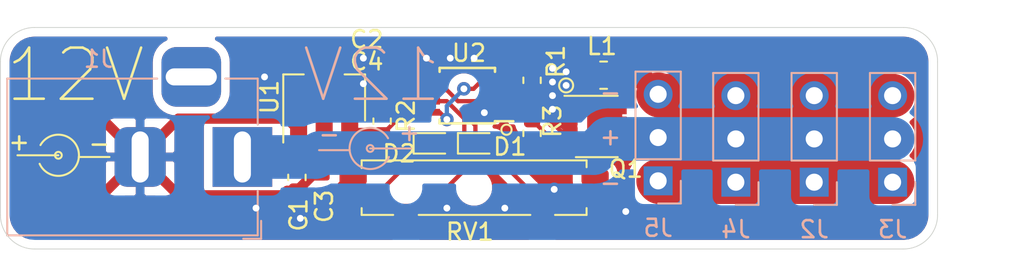
<source format=kicad_pcb>
(kicad_pcb (version 20171130) (host pcbnew 5.1.2-f72e74a~84~ubuntu18.04.1)

  (general
    (thickness 1.6)
    (drawings 27)
    (tracks 156)
    (zones 0)
    (modules 19)
    (nets 13)
  )

  (page A4)
  (layers
    (0 F.Cu signal)
    (31 B.Cu signal)
    (32 B.Adhes user)
    (33 F.Adhes user)
    (34 B.Paste user)
    (35 F.Paste user)
    (36 B.SilkS user)
    (37 F.SilkS user)
    (38 B.Mask user)
    (39 F.Mask user)
    (40 Dwgs.User user)
    (41 Cmts.User user)
    (42 Eco1.User user)
    (43 Eco2.User user)
    (44 Edge.Cuts user)
    (45 Margin user)
    (46 B.CrtYd user)
    (47 F.CrtYd user)
    (48 B.Fab user)
    (49 F.Fab user)
  )

  (setup
    (last_trace_width 0.25)
    (user_trace_width 0.4)
    (user_trace_width 0.6)
    (user_trace_width 0.8)
    (user_trace_width 1.27)
    (user_trace_width 2.56)
    (trace_clearance 0.2)
    (zone_clearance 0.508)
    (zone_45_only no)
    (trace_min 0.2)
    (via_size 0.8)
    (via_drill 0.4)
    (via_min_size 0.4)
    (via_min_drill 0.3)
    (uvia_size 0.3)
    (uvia_drill 0.1)
    (uvias_allowed no)
    (uvia_min_size 0.2)
    (uvia_min_drill 0.1)
    (edge_width 0.05)
    (segment_width 0.2)
    (pcb_text_width 0.3)
    (pcb_text_size 1.5 1.5)
    (mod_edge_width 0.12)
    (mod_text_size 1 1)
    (mod_text_width 0.15)
    (pad_size 0.63 0.48)
    (pad_drill 0)
    (pad_to_mask_clearance 0.051)
    (solder_mask_min_width 0.25)
    (aux_axis_origin 0 0)
    (visible_elements FFFFFF3F)
    (pcbplotparams
      (layerselection 0x010fc_ffffffff)
      (usegerberextensions false)
      (usegerberattributes false)
      (usegerberadvancedattributes false)
      (creategerberjobfile false)
      (excludeedgelayer true)
      (linewidth 0.100000)
      (plotframeref false)
      (viasonmask false)
      (mode 1)
      (useauxorigin false)
      (hpglpennumber 1)
      (hpglpenspeed 20)
      (hpglpendiameter 15.000000)
      (psnegative false)
      (psa4output false)
      (plotreference true)
      (plotvalue true)
      (plotinvisibletext false)
      (padsonsilk false)
      (subtractmaskfromsilk false)
      (outputformat 1)
      (mirror false)
      (drillshape 0)
      (scaleselection 1)
      (outputdirectory "dimmer-gerbers"))
  )

  (net 0 "")
  (net 1 GND)
  (net 2 "Net-(C1-Pad1)")
  (net 3 "Net-(C2-Pad1)")
  (net 4 "Net-(C3-Pad1)")
  (net 5 /THR)
  (net 6 "Net-(D1-Pad1)")
  (net 7 "Net-(D1-Pad2)")
  (net 8 "Net-(D2-Pad1)")
  (net 9 "Net-(J2-Pad1)")
  (net 10 "Net-(L1-Pad2)")
  (net 11 "Net-(Q1-Pad4)")
  (net 12 "Net-(R1-Pad2)")

  (net_class Default "This is the default net class."
    (clearance 0.2)
    (trace_width 0.25)
    (via_dia 0.8)
    (via_drill 0.4)
    (uvia_dia 0.3)
    (uvia_drill 0.1)
    (add_net /THR)
    (add_net GND)
    (add_net "Net-(C1-Pad1)")
    (add_net "Net-(C2-Pad1)")
    (add_net "Net-(C3-Pad1)")
    (add_net "Net-(D1-Pad1)")
    (add_net "Net-(D1-Pad2)")
    (add_net "Net-(D2-Pad1)")
    (add_net "Net-(J2-Pad1)")
    (add_net "Net-(L1-Pad2)")
    (add_net "Net-(Q1-Pad4)")
    (add_net "Net-(R1-Pad2)")
  )

  (module Resistor_SMD:R_0603_1608Metric (layer F.Cu) (tedit 5B301BBD) (tstamp 5D2B8EF9)
    (at 128.2 86.2125 270)
    (descr "Resistor SMD 0603 (1608 Metric), square (rectangular) end terminal, IPC_7351 nominal, (Body size source: http://www.tortai-tech.com/upload/download/2011102023233369053.pdf), generated with kicad-footprint-generator")
    (tags resistor)
    (path /5D208DC9)
    (attr smd)
    (fp_text reference R3 (at -0.7125 -1.2 90) (layer F.SilkS)
      (effects (font (size 1 1) (thickness 0.15)))
    )
    (fp_text value 10k (at 0 1.43 90) (layer F.Fab)
      (effects (font (size 1 1) (thickness 0.15)))
    )
    (fp_text user %R (at 0 0 90) (layer F.Fab)
      (effects (font (size 0.4 0.4) (thickness 0.06)))
    )
    (fp_line (start 1.48 0.73) (end -1.48 0.73) (layer F.CrtYd) (width 0.05))
    (fp_line (start 1.48 -0.73) (end 1.48 0.73) (layer F.CrtYd) (width 0.05))
    (fp_line (start -1.48 -0.73) (end 1.48 -0.73) (layer F.CrtYd) (width 0.05))
    (fp_line (start -1.48 0.73) (end -1.48 -0.73) (layer F.CrtYd) (width 0.05))
    (fp_line (start -0.162779 0.51) (end 0.162779 0.51) (layer F.SilkS) (width 0.12))
    (fp_line (start -0.162779 -0.51) (end 0.162779 -0.51) (layer F.SilkS) (width 0.12))
    (fp_line (start 0.8 0.4) (end -0.8 0.4) (layer F.Fab) (width 0.1))
    (fp_line (start 0.8 -0.4) (end 0.8 0.4) (layer F.Fab) (width 0.1))
    (fp_line (start -0.8 -0.4) (end 0.8 -0.4) (layer F.Fab) (width 0.1))
    (fp_line (start -0.8 0.4) (end -0.8 -0.4) (layer F.Fab) (width 0.1))
    (pad 2 smd roundrect (at 0.7875 0 270) (size 0.875 0.95) (layers F.Cu F.Paste F.Mask) (roundrect_rratio 0.25)
      (net 1 GND))
    (pad 1 smd roundrect (at -0.7875 0 270) (size 0.875 0.95) (layers F.Cu F.Paste F.Mask) (roundrect_rratio 0.25)
      (net 11 "Net-(Q1-Pad4)"))
    (model ${KISYS3DMOD}/Resistor_SMD.3dshapes/R_0603_1608Metric.wrl
      (at (xyz 0 0 0))
      (scale (xyz 1 1 1))
      (rotate (xyz 0 0 0))
    )
  )

  (module Resistor_SMD:R_0603_1608Metric (layer F.Cu) (tedit 5B301BBD) (tstamp 5D20ECC5)
    (at 119.4 85.5 90)
    (descr "Resistor SMD 0603 (1608 Metric), square (rectangular) end terminal, IPC_7351 nominal, (Body size source: http://www.tortai-tech.com/upload/download/2011102023233369053.pdf), generated with kicad-footprint-generator")
    (tags resistor)
    (path /5D211671)
    (attr smd)
    (fp_text reference R2 (at 0.3 1.4 90) (layer F.SilkS)
      (effects (font (size 1 1) (thickness 0.15)))
    )
    (fp_text value 180R (at 0 1.43 90) (layer F.Fab)
      (effects (font (size 1 1) (thickness 0.15)))
    )
    (fp_text user %R (at 0 0 90) (layer F.Fab)
      (effects (font (size 0.4 0.4) (thickness 0.06)))
    )
    (fp_line (start 1.48 0.73) (end -1.48 0.73) (layer F.CrtYd) (width 0.05))
    (fp_line (start 1.48 -0.73) (end 1.48 0.73) (layer F.CrtYd) (width 0.05))
    (fp_line (start -1.48 -0.73) (end 1.48 -0.73) (layer F.CrtYd) (width 0.05))
    (fp_line (start -1.48 0.73) (end -1.48 -0.73) (layer F.CrtYd) (width 0.05))
    (fp_line (start -0.162779 0.51) (end 0.162779 0.51) (layer F.SilkS) (width 0.12))
    (fp_line (start -0.162779 -0.51) (end 0.162779 -0.51) (layer F.SilkS) (width 0.12))
    (fp_line (start 0.8 0.4) (end -0.8 0.4) (layer F.Fab) (width 0.1))
    (fp_line (start 0.8 -0.4) (end 0.8 0.4) (layer F.Fab) (width 0.1))
    (fp_line (start -0.8 -0.4) (end 0.8 -0.4) (layer F.Fab) (width 0.1))
    (fp_line (start -0.8 0.4) (end -0.8 -0.4) (layer F.Fab) (width 0.1))
    (pad 2 smd roundrect (at 0.7875 0 90) (size 0.875 0.95) (layers F.Cu F.Paste F.Mask) (roundrect_rratio 0.25)
      (net 6 "Net-(D1-Pad1)"))
    (pad 1 smd roundrect (at -0.7875 0 90) (size 0.875 0.95) (layers F.Cu F.Paste F.Mask) (roundrect_rratio 0.25)
      (net 4 "Net-(C3-Pad1)"))
    (model ${KISYS3DMOD}/Resistor_SMD.3dshapes/R_0603_1608Metric.wrl
      (at (xyz 0 0 0))
      (scale (xyz 1 1 1))
      (rotate (xyz 0 0 0))
    )
  )

  (module Resistor_SMD:R_0603_1608Metric (layer F.Cu) (tedit 5B301BBD) (tstamp 5D20ECEF)
    (at 128.2 83.1 90)
    (descr "Resistor SMD 0603 (1608 Metric), square (rectangular) end terminal, IPC_7351 nominal, (Body size source: http://www.tortai-tech.com/upload/download/2011102023233369053.pdf), generated with kicad-footprint-generator")
    (tags resistor)
    (path /5D208F5F)
    (attr smd)
    (fp_text reference R1 (at 1.1 1.4 90) (layer F.SilkS)
      (effects (font (size 1 1) (thickness 0.15)))
    )
    (fp_text value 180R (at 0 1.43 90) (layer F.Fab)
      (effects (font (size 1 1) (thickness 0.15)))
    )
    (fp_text user %R (at 0 0 90) (layer F.Fab)
      (effects (font (size 0.4 0.4) (thickness 0.06)))
    )
    (fp_line (start 1.48 0.73) (end -1.48 0.73) (layer F.CrtYd) (width 0.05))
    (fp_line (start 1.48 -0.73) (end 1.48 0.73) (layer F.CrtYd) (width 0.05))
    (fp_line (start -1.48 -0.73) (end 1.48 -0.73) (layer F.CrtYd) (width 0.05))
    (fp_line (start -1.48 0.73) (end -1.48 -0.73) (layer F.CrtYd) (width 0.05))
    (fp_line (start -0.162779 0.51) (end 0.162779 0.51) (layer F.SilkS) (width 0.12))
    (fp_line (start -0.162779 -0.51) (end 0.162779 -0.51) (layer F.SilkS) (width 0.12))
    (fp_line (start 0.8 0.4) (end -0.8 0.4) (layer F.Fab) (width 0.1))
    (fp_line (start 0.8 -0.4) (end 0.8 0.4) (layer F.Fab) (width 0.1))
    (fp_line (start -0.8 -0.4) (end 0.8 -0.4) (layer F.Fab) (width 0.1))
    (fp_line (start -0.8 0.4) (end -0.8 -0.4) (layer F.Fab) (width 0.1))
    (pad 2 smd roundrect (at 0.7875 0 90) (size 0.875 0.95) (layers F.Cu F.Paste F.Mask) (roundrect_rratio 0.25)
      (net 12 "Net-(R1-Pad2)"))
    (pad 1 smd roundrect (at -0.7875 0 90) (size 0.875 0.95) (layers F.Cu F.Paste F.Mask) (roundrect_rratio 0.25)
      (net 11 "Net-(Q1-Pad4)"))
    (model ${KISYS3DMOD}/Resistor_SMD.3dshapes/R_0603_1608Metric.wrl
      (at (xyz 0 0 0))
      (scale (xyz 1 1 1))
      (rotate (xyz 0 0 0))
    )
  )

  (module corelib:INDUCTOR_2x1.6x1mm (layer F.Cu) (tedit 5D2A4718) (tstamp 5D20ED6C)
    (at 132.4 82.8 180)
    (path /5D208A50)
    (fp_text reference L1 (at 0.1 1.7) (layer F.SilkS)
      (effects (font (size 1 1) (thickness 0.15)))
    )
    (fp_text value L (at -0.05 -3.5) (layer F.Fab)
      (effects (font (size 1 1) (thickness 0.15)))
    )
    (fp_line (start -0.2 0.8) (end 0.2 0.8) (layer F.SilkS) (width 0.12))
    (fp_line (start -0.2 -0.8) (end 0.2 -0.8) (layer F.SilkS) (width 0.12))
    (pad 2 smd roundrect (at 0.7 0 180) (size 0.9 1.8) (layers F.Cu F.Paste F.Mask) (roundrect_rratio 0.25)
      (net 10 "Net-(L1-Pad2)"))
    (pad 1 smd roundrect (at -0.7 0 180) (size 0.9 1.8) (layers F.Cu F.Paste F.Mask) (roundrect_rratio 0.25)
      (net 9 "Net-(J2-Pad1)"))
  )

  (module Diode_SMD:D_SOD-523 (layer F.Cu) (tedit 586419F0) (tstamp 5D20EF4B)
    (at 122.4 86.8)
    (descr "http://www.diodes.com/datasheets/ap02001.pdf p.144")
    (tags "Diode SOD523")
    (path /5D215386)
    (attr smd)
    (fp_text reference D2 (at -2 0.6) (layer F.SilkS)
      (effects (font (size 1 1) (thickness 0.15)))
    )
    (fp_text value D (at 0 1.4) (layer F.Fab)
      (effects (font (size 1 1) (thickness 0.15)))
    )
    (fp_line (start 0.7 0.6) (end -1.15 0.6) (layer F.SilkS) (width 0.12))
    (fp_line (start 0.7 -0.6) (end -1.15 -0.6) (layer F.SilkS) (width 0.12))
    (fp_line (start 0.65 0.45) (end -0.65 0.45) (layer F.Fab) (width 0.1))
    (fp_line (start -0.65 0.45) (end -0.65 -0.45) (layer F.Fab) (width 0.1))
    (fp_line (start -0.65 -0.45) (end 0.65 -0.45) (layer F.Fab) (width 0.1))
    (fp_line (start 0.65 -0.45) (end 0.65 0.45) (layer F.Fab) (width 0.1))
    (fp_line (start -0.2 0.2) (end -0.2 -0.2) (layer F.Fab) (width 0.1))
    (fp_line (start -0.2 0) (end -0.35 0) (layer F.Fab) (width 0.1))
    (fp_line (start -0.2 0) (end 0.1 0.2) (layer F.Fab) (width 0.1))
    (fp_line (start 0.1 0.2) (end 0.1 -0.2) (layer F.Fab) (width 0.1))
    (fp_line (start 0.1 -0.2) (end -0.2 0) (layer F.Fab) (width 0.1))
    (fp_line (start 0.1 0) (end 0.25 0) (layer F.Fab) (width 0.1))
    (fp_line (start 1.25 0.7) (end -1.25 0.7) (layer F.CrtYd) (width 0.05))
    (fp_line (start -1.25 0.7) (end -1.25 -0.7) (layer F.CrtYd) (width 0.05))
    (fp_line (start -1.25 -0.7) (end 1.25 -0.7) (layer F.CrtYd) (width 0.05))
    (fp_line (start 1.25 -0.7) (end 1.25 0.7) (layer F.CrtYd) (width 0.05))
    (fp_line (start -1.15 -0.6) (end -1.15 0.6) (layer F.SilkS) (width 0.12))
    (fp_text user %R (at 0 -1.3) (layer F.Fab)
      (effects (font (size 1 1) (thickness 0.15)))
    )
    (pad 1 smd rect (at -0.7 0 180) (size 0.6 0.7) (layers F.Cu F.Paste F.Mask)
      (net 8 "Net-(D2-Pad1)"))
    (pad 2 smd rect (at 0.7 0 180) (size 0.6 0.7) (layers F.Cu F.Paste F.Mask)
      (net 6 "Net-(D1-Pad1)"))
    (model ${KISYS3DMOD}/Diode_SMD.3dshapes/D_SOD-523.wrl
      (at (xyz 0 0 0))
      (scale (xyz 1 1 1))
      (rotate (xyz 0 0 0))
    )
  )

  (module Diode_SMD:D_SOD-523 (layer F.Cu) (tedit 586419F0) (tstamp 5D20EED0)
    (at 125 86.8)
    (descr "http://www.diodes.com/datasheets/ap02001.pdf p.144")
    (tags "Diode SOD523")
    (path /5D2157B8)
    (attr smd)
    (fp_text reference D1 (at 1.9 0.2) (layer F.SilkS)
      (effects (font (size 1 1) (thickness 0.15)))
    )
    (fp_text value D (at 0 1.4) (layer F.Fab)
      (effects (font (size 1 1) (thickness 0.15)))
    )
    (fp_line (start 0.7 0.6) (end -1.15 0.6) (layer F.SilkS) (width 0.12))
    (fp_line (start 0.7 -0.6) (end -1.15 -0.6) (layer F.SilkS) (width 0.12))
    (fp_line (start 0.65 0.45) (end -0.65 0.45) (layer F.Fab) (width 0.1))
    (fp_line (start -0.65 0.45) (end -0.65 -0.45) (layer F.Fab) (width 0.1))
    (fp_line (start -0.65 -0.45) (end 0.65 -0.45) (layer F.Fab) (width 0.1))
    (fp_line (start 0.65 -0.45) (end 0.65 0.45) (layer F.Fab) (width 0.1))
    (fp_line (start -0.2 0.2) (end -0.2 -0.2) (layer F.Fab) (width 0.1))
    (fp_line (start -0.2 0) (end -0.35 0) (layer F.Fab) (width 0.1))
    (fp_line (start -0.2 0) (end 0.1 0.2) (layer F.Fab) (width 0.1))
    (fp_line (start 0.1 0.2) (end 0.1 -0.2) (layer F.Fab) (width 0.1))
    (fp_line (start 0.1 -0.2) (end -0.2 0) (layer F.Fab) (width 0.1))
    (fp_line (start 0.1 0) (end 0.25 0) (layer F.Fab) (width 0.1))
    (fp_line (start 1.25 0.7) (end -1.25 0.7) (layer F.CrtYd) (width 0.05))
    (fp_line (start -1.25 0.7) (end -1.25 -0.7) (layer F.CrtYd) (width 0.05))
    (fp_line (start -1.25 -0.7) (end 1.25 -0.7) (layer F.CrtYd) (width 0.05))
    (fp_line (start 1.25 -0.7) (end 1.25 0.7) (layer F.CrtYd) (width 0.05))
    (fp_line (start -1.15 -0.6) (end -1.15 0.6) (layer F.SilkS) (width 0.12))
    (fp_text user %R (at 0 -1.3) (layer F.Fab)
      (effects (font (size 1 1) (thickness 0.15)))
    )
    (pad 1 smd rect (at -0.7 0 180) (size 0.6 0.7) (layers F.Cu F.Paste F.Mask)
      (net 6 "Net-(D1-Pad1)"))
    (pad 2 smd rect (at 0.7 0 180) (size 0.6 0.7) (layers F.Cu F.Paste F.Mask)
      (net 7 "Net-(D1-Pad2)"))
    (model ${KISYS3DMOD}/Diode_SMD.3dshapes/D_SOD-523.wrl
      (at (xyz 0 0 0))
      (scale (xyz 1 1 1))
      (rotate (xyz 0 0 0))
    )
  )

  (module Package_SO:TSSOP-8_3x3mm_P0.65mm (layer F.Cu) (tedit 5A02F25C) (tstamp 5D20EC3A)
    (at 124.4 84 180)
    (descr "TSSOP8: plastic thin shrink small outline package; 8 leads; body width 3 mm; (see NXP SSOP-TSSOP-VSO-REFLOW.pdf and sot505-1_po.pdf)")
    (tags "SSOP 0.65")
    (path /5D20C321)
    (attr smd)
    (fp_text reference U2 (at -0.1 2.5) (layer F.SilkS)
      (effects (font (size 1 1) (thickness 0.15)))
    )
    (fp_text value TLC555CPS (at 0 2.55) (layer F.Fab)
      (effects (font (size 1 1) (thickness 0.15)))
    )
    (fp_text user %R (at 0 0) (layer F.Fab)
      (effects (font (size 0.6 0.6) (thickness 0.15)))
    )
    (fp_line (start -1.625 -1.5) (end -2.7 -1.5) (layer F.SilkS) (width 0.15))
    (fp_line (start -1.625 1.625) (end 1.625 1.625) (layer F.SilkS) (width 0.15))
    (fp_line (start -1.625 -1.625) (end 1.625 -1.625) (layer F.SilkS) (width 0.15))
    (fp_line (start -1.625 1.625) (end -1.625 1.4) (layer F.SilkS) (width 0.15))
    (fp_line (start 1.625 1.625) (end 1.625 1.4) (layer F.SilkS) (width 0.15))
    (fp_line (start 1.625 -1.625) (end 1.625 -1.4) (layer F.SilkS) (width 0.15))
    (fp_line (start -1.625 -1.625) (end -1.625 -1.5) (layer F.SilkS) (width 0.15))
    (fp_line (start -2.95 1.8) (end 2.95 1.8) (layer F.CrtYd) (width 0.05))
    (fp_line (start -2.95 -1.8) (end 2.95 -1.8) (layer F.CrtYd) (width 0.05))
    (fp_line (start 2.95 -1.8) (end 2.95 1.8) (layer F.CrtYd) (width 0.05))
    (fp_line (start -2.95 -1.8) (end -2.95 1.8) (layer F.CrtYd) (width 0.05))
    (fp_line (start -1.5 -0.5) (end -0.5 -1.5) (layer F.Fab) (width 0.15))
    (fp_line (start -1.5 1.5) (end -1.5 -0.5) (layer F.Fab) (width 0.15))
    (fp_line (start 1.5 1.5) (end -1.5 1.5) (layer F.Fab) (width 0.15))
    (fp_line (start 1.5 -1.5) (end 1.5 1.5) (layer F.Fab) (width 0.15))
    (fp_line (start -0.5 -1.5) (end 1.5 -1.5) (layer F.Fab) (width 0.15))
    (pad 8 smd rect (at 2.15 -0.975 180) (size 1.1 0.4) (layers F.Cu F.Paste F.Mask)
      (net 4 "Net-(C3-Pad1)"))
    (pad 7 smd rect (at 2.15 -0.325 180) (size 1.1 0.4) (layers F.Cu F.Paste F.Mask)
      (net 6 "Net-(D1-Pad1)"))
    (pad 6 smd rect (at 2.15 0.325 180) (size 1.1 0.4) (layers F.Cu F.Paste F.Mask)
      (net 5 /THR))
    (pad 5 smd rect (at 2.15 0.975 180) (size 1.1 0.4) (layers F.Cu F.Paste F.Mask)
      (net 3 "Net-(C2-Pad1)"))
    (pad 4 smd rect (at -2.15 0.975 180) (size 1.1 0.4) (layers F.Cu F.Paste F.Mask)
      (net 4 "Net-(C3-Pad1)"))
    (pad 3 smd rect (at -2.15 0.325 180) (size 1.1 0.4) (layers F.Cu F.Paste F.Mask)
      (net 12 "Net-(R1-Pad2)"))
    (pad 2 smd rect (at -2.15 -0.325 180) (size 1.1 0.4) (layers F.Cu F.Paste F.Mask)
      (net 5 /THR))
    (pad 1 smd rect (at -2.15 -0.975 180) (size 1.1 0.4) (layers F.Cu F.Paste F.Mask)
      (net 1 GND))
    (model ${KISYS3DMOD}/Package_SO.3dshapes/TSSOP-8_3x3mm_P0.65mm.wrl
      (at (xyz 0 0 0))
      (scale (xyz 1 1 1))
      (rotate (xyz 0 0 0))
    )
  )

  (module Package_TO_SOT_SMD:SOT-89-3 (layer F.Cu) (tedit 5A02FF57) (tstamp 5D20EC89)
    (at 116 84.5335 90)
    (descr SOT-89-3)
    (tags SOT-89-3)
    (path /5D20A802)
    (attr smd)
    (fp_text reference U1 (at 0.45 -3.2 90) (layer F.SilkS)
      (effects (font (size 1 1) (thickness 0.15)))
    )
    (fp_text value AP2204RA-5.0 (at 0.45 3.25 90) (layer F.Fab)
      (effects (font (size 1 1) (thickness 0.15)))
    )
    (fp_line (start -2.48 2.55) (end -2.48 -2.55) (layer F.CrtYd) (width 0.05))
    (fp_line (start -2.48 2.55) (end 3.23 2.55) (layer F.CrtYd) (width 0.05))
    (fp_line (start 3.23 -2.55) (end -2.48 -2.55) (layer F.CrtYd) (width 0.05))
    (fp_line (start 3.23 -2.55) (end 3.23 2.55) (layer F.CrtYd) (width 0.05))
    (fp_line (start -0.13 -2.3) (end 1.68 -2.3) (layer F.Fab) (width 0.1))
    (fp_line (start -0.92 2.3) (end -0.92 -1.51) (layer F.Fab) (width 0.1))
    (fp_line (start 1.68 2.3) (end -0.92 2.3) (layer F.Fab) (width 0.1))
    (fp_line (start 1.68 -2.3) (end 1.68 2.3) (layer F.Fab) (width 0.1))
    (fp_line (start -0.92 -1.51) (end -0.13 -2.3) (layer F.Fab) (width 0.1))
    (fp_line (start 1.78 -2.4) (end 1.78 -1.2) (layer F.SilkS) (width 0.12))
    (fp_line (start -2.22 -2.4) (end 1.78 -2.4) (layer F.SilkS) (width 0.12))
    (fp_line (start 1.78 2.4) (end -0.92 2.4) (layer F.SilkS) (width 0.12))
    (fp_line (start 1.78 1.2) (end 1.78 2.4) (layer F.SilkS) (width 0.12))
    (fp_text user %R (at 0.38 0) (layer F.Fab)
      (effects (font (size 0.6 0.6) (thickness 0.09)))
    )
    (pad 2 smd trapezoid (at -0.0762 0 180) (size 1.5 1) (rect_delta 0 0.7 ) (layers F.Cu F.Paste F.Mask)
      (net 2 "Net-(C1-Pad1)"))
    (pad 2 smd rect (at 1.3335 0) (size 2.2 1.84) (layers F.Cu F.Paste F.Mask)
      (net 2 "Net-(C1-Pad1)"))
    (pad 3 smd rect (at -1.48 1.5) (size 1 1.5) (layers F.Cu F.Paste F.Mask)
      (net 4 "Net-(C3-Pad1)"))
    (pad 2 smd rect (at -1.3335 0) (size 1 1.8) (layers F.Cu F.Paste F.Mask)
      (net 2 "Net-(C1-Pad1)"))
    (pad 1 smd rect (at -1.48 -1.5) (size 1 1.5) (layers F.Cu F.Paste F.Mask)
      (net 1 GND))
    (pad 2 smd trapezoid (at 2.667 0) (size 1.6 0.85) (rect_delta 0 0.6 ) (layers F.Cu F.Paste F.Mask)
      (net 2 "Net-(C1-Pad1)"))
    (model ${KISYS3DMOD}/Package_TO_SOT_SMD.3dshapes/SOT-89-3.wrl
      (at (xyz 0 0 0))
      (scale (xyz 1 1 1))
      (rotate (xyz 0 0 0))
    )
  )

  (module corelib:ALPS-RS08U (layer F.Cu) (tedit 5D18DFD7) (tstamp 5D20EE4D)
    (at 124.8 89.4)
    (path /5D212F98)
    (fp_text reference RV1 (at -0.25 2.6) (layer F.SilkS)
      (effects (font (size 1 1) (thickness 0.15)))
    )
    (fp_text value R_POT (at -0.4 -2.55) (layer F.Fab)
      (effects (font (size 1 1) (thickness 0.15)))
    )
    (fp_line (start -6.6 1.6) (end -6.6 1.2) (layer F.SilkS) (width 0.12))
    (fp_line (start -4.75 1.6) (end -6.6 1.6) (layer F.SilkS) (width 0.12))
    (fp_line (start 3.3 1.6) (end -3.25 1.6) (layer F.SilkS) (width 0.12))
    (fp_line (start 6.6 1.6) (end 4.75 1.6) (layer F.SilkS) (width 0.12))
    (fp_line (start 6.6 1.2) (end 6.6 1.6) (layer F.SilkS) (width 0.12))
    (fp_line (start 6.6 -1.6) (end 6.6 -1.2) (layer F.SilkS) (width 0.12))
    (fp_line (start -6.6 -1.6) (end 6.6 -1.6) (layer F.SilkS) (width 0.12))
    (fp_line (start -6.6 -1.15) (end -6.6 -1.6) (layer F.SilkS) (width 0.12))
    (pad "" smd roundrect (at 4 1.95) (size 1.1 1.1) (layers F.Cu F.Paste F.Mask) (roundrect_rratio 0.25))
    (pad "" smd roundrect (at -4 1.95) (size 1.1 1.1) (layers F.Cu F.Paste F.Mask) (roundrect_rratio 0.25))
    (pad "" smd roundrect (at 7.1 -0.6) (size 1.6 0.9) (layers F.Cu F.Paste F.Mask) (roundrect_rratio 0.25))
    (pad 3 smd roundrect (at 7.1 0.6) (size 1.6 0.9) (layers F.Cu F.Paste F.Mask) (roundrect_rratio 0.25)
      (net 7 "Net-(D1-Pad2)"))
    (pad 2 smd roundrect (at -7.1 -0.6) (size 1.6 0.9) (layers F.Cu F.Paste F.Mask) (roundrect_rratio 0.25)
      (net 5 /THR))
    (pad 1 smd roundrect (at -7.1 0.6) (size 1.6 0.9) (layers F.Cu F.Paste F.Mask) (roundrect_rratio 0.25)
      (net 8 "Net-(D2-Pad1)"))
    (pad "" np_thru_hole circle (at -4 0) (size 0.9 0.9) (drill 0.9) (layers *.Cu *.Mask))
    (pad "" np_thru_hole circle (at 0 0) (size 1.1 1.1) (drill 1.1) (layers *.Cu *.Mask))
  )

  (module Package_SON:VSON-8_3.3x3.3mm_P0.65mm_NexFET (layer F.Cu) (tedit 5D209EB7) (tstamp 5D20ED26)
    (at 132 85.81)
    (descr "8-Lead Plastic Dual Flat, No Lead Package (MF) - 3.3x3.3x1 mm Body [VSON] http://www.ti.com/lit/ds/symlink/csd87334q3d.pdf")
    (tags "VSON 0.65")
    (path /5D207C22)
    (attr smd)
    (fp_text reference Q1 (at 1.7 2.49) (layer F.SilkS)
      (effects (font (size 1 1) (thickness 0.15)))
    )
    (fp_text value CSD19537Q3 (at 0 2.8) (layer F.Fab)
      (effects (font (size 1 1) (thickness 0.15)))
    )
    (fp_line (start -1.9 -1.8) (end 1.23 -1.8) (layer F.SilkS) (width 0.12))
    (fp_line (start -1.23 1.8) (end 1.23 1.8) (layer F.SilkS) (width 0.12))
    (fp_line (start -2 1.9) (end 2 1.9) (layer F.CrtYd) (width 0.05))
    (fp_line (start -2 -1.9) (end 2 -1.9) (layer F.CrtYd) (width 0.05))
    (fp_line (start 2 -1.9) (end 2 1.9) (layer F.CrtYd) (width 0.05))
    (fp_line (start -2 -1.9) (end -2 1.9) (layer F.CrtYd) (width 0.05))
    (fp_line (start -1.65 -0.5) (end -0.5 -1.65) (layer F.Fab) (width 0.1))
    (fp_line (start -1.65 1.65) (end -1.65 -0.5) (layer F.Fab) (width 0.1))
    (fp_line (start 1.65 1.65) (end -1.65 1.65) (layer F.Fab) (width 0.1))
    (fp_line (start 1.65 -1.65) (end 1.65 1.65) (layer F.Fab) (width 0.1))
    (fp_line (start -0.5 -1.65) (end 1.65 -1.65) (layer F.Fab) (width 0.1))
    (fp_text user %R (at 0 0) (layer F.Fab)
      (effects (font (size 0.7 0.7) (thickness 0.1)))
    )
    (pad 5 smd rect (at -0.09 -0.61) (size 0.95 1.23) (layers F.Cu F.Paste F.Mask)
      (net 10 "Net-(L1-Pad2)") (solder_paste_margin_ratio -0.2))
    (pad 5 smd rect (at -0.09 0.61) (size 0.95 1.23) (layers F.Cu F.Paste F.Mask)
      (net 10 "Net-(L1-Pad2)") (solder_paste_margin_ratio -0.2))
    (pad 5 smd rect (at 0.86 -0.61) (size 0.95 1.23) (layers F.Cu F.Paste F.Mask)
      (net 10 "Net-(L1-Pad2)") (solder_paste_margin_ratio -0.2))
    (pad 5 smd rect (at 0.86 0.61) (size 0.95 1.23) (layers F.Cu F.Paste F.Mask)
      (net 10 "Net-(L1-Pad2)") (solder_paste_margin_ratio -0.2))
    (pad 5 smd rect (at 1.44 -0.97) (size 0.63 0.5) (layers F.Cu F.Paste F.Mask)
      (net 10 "Net-(L1-Pad2)"))
    (pad 5 smd rect (at 1.44 -0.33) (size 0.63 0.5) (layers F.Cu F.Paste F.Mask)
      (net 10 "Net-(L1-Pad2)"))
    (pad 5 smd rect (at 1.44 0.33) (size 0.63 0.5) (layers F.Cu F.Paste F.Mask)
      (net 10 "Net-(L1-Pad2)"))
    (pad 5 smd rect (at 1.44 0.97) (size 0.63 0.5) (layers F.Cu F.Paste F.Mask)
      (net 10 "Net-(L1-Pad2)"))
    (pad 4 smd rect (at -1.44 0.97) (size 0.63 0.48) (layers F.Cu F.Paste F.Mask)
      (net 11 "Net-(Q1-Pad4)"))
    (pad 3 smd rect (at -1.44 0.29) (size 0.63 0.48) (layers F.Cu F.Paste F.Mask)
      (net 1 GND))
    (pad 2 smd rect (at -1.44 -0.33) (size 0.63 0.5) (layers F.Cu F.Paste F.Mask)
      (net 1 GND))
    (pad 1 smd rect (at -1.44 -0.97) (size 0.63 0.5) (layers F.Cu F.Paste F.Mask)
      (net 1 GND))
    (model ${KISYS3DMOD}/Package_SON.3dshapes/VSON-8_3.3x3.3mm_P0.65mm_NexFET.wrl
      (at (xyz 0 0 0))
      (scale (xyz 1 1 1))
      (rotate (xyz 0 0 0))
    )
  )

  (module Connector_PinSocket_2.54mm:PinSocket_1x03_P2.54mm_Vertical (layer B.Cu) (tedit 5A19A429) (tstamp 5D20EDA2)
    (at 135.6 89)
    (descr "Through hole straight socket strip, 1x03, 2.54mm pitch, single row (from Kicad 4.0.7), script generated")
    (tags "Through hole socket strip THT 1x03 2.54mm single row")
    (path /5D206C2B)
    (fp_text reference J5 (at 0 2.77) (layer B.SilkS)
      (effects (font (size 1 1) (thickness 0.15)) (justify mirror))
    )
    (fp_text value Conn_01x03_Female (at 0 -7.85) (layer B.Fab)
      (effects (font (size 1 1) (thickness 0.15)) (justify mirror))
    )
    (fp_text user %R (at 0 -2.54 -90) (layer B.Fab)
      (effects (font (size 1 1) (thickness 0.15)) (justify mirror))
    )
    (fp_line (start -1.8 -6.85) (end -1.8 1.8) (layer B.CrtYd) (width 0.05))
    (fp_line (start 1.75 -6.85) (end -1.8 -6.85) (layer B.CrtYd) (width 0.05))
    (fp_line (start 1.75 1.8) (end 1.75 -6.85) (layer B.CrtYd) (width 0.05))
    (fp_line (start -1.8 1.8) (end 1.75 1.8) (layer B.CrtYd) (width 0.05))
    (fp_line (start 0 1.33) (end 1.33 1.33) (layer B.SilkS) (width 0.12))
    (fp_line (start 1.33 1.33) (end 1.33 0) (layer B.SilkS) (width 0.12))
    (fp_line (start 1.33 -1.27) (end 1.33 -6.41) (layer B.SilkS) (width 0.12))
    (fp_line (start -1.33 -6.41) (end 1.33 -6.41) (layer B.SilkS) (width 0.12))
    (fp_line (start -1.33 -1.27) (end -1.33 -6.41) (layer B.SilkS) (width 0.12))
    (fp_line (start -1.33 -1.27) (end 1.33 -1.27) (layer B.SilkS) (width 0.12))
    (fp_line (start -1.27 -6.35) (end -1.27 1.27) (layer B.Fab) (width 0.1))
    (fp_line (start 1.27 -6.35) (end -1.27 -6.35) (layer B.Fab) (width 0.1))
    (fp_line (start 1.27 0.635) (end 1.27 -6.35) (layer B.Fab) (width 0.1))
    (fp_line (start 0.635 1.27) (end 1.27 0.635) (layer B.Fab) (width 0.1))
    (fp_line (start -1.27 1.27) (end 0.635 1.27) (layer B.Fab) (width 0.1))
    (pad 3 thru_hole oval (at 0 -5.08) (size 1.7 1.7) (drill 1) (layers *.Cu *.Mask)
      (net 9 "Net-(J2-Pad1)"))
    (pad 2 thru_hole oval (at 0 -2.54) (size 1.7 1.7) (drill 1) (layers *.Cu *.Mask)
      (net 2 "Net-(C1-Pad1)"))
    (pad 1 thru_hole rect (at 0 0) (size 1.7 1.7) (drill 1) (layers *.Cu *.Mask)
      (net 9 "Net-(J2-Pad1)"))
    (model ${KISYS3DMOD}/Connector_PinSocket_2.54mm.3dshapes/PinSocket_1x03_P2.54mm_Vertical.wrl
      (at (xyz 0 0 0))
      (scale (xyz 1 1 1))
      (rotate (xyz 0 0 0))
    )
  )

  (module Connector_PinSocket_2.54mm:PinSocket_1x03_P2.54mm_Vertical (layer B.Cu) (tedit 5A19A429) (tstamp 5D20EB98)
    (at 140.16 89.08)
    (descr "Through hole straight socket strip, 1x03, 2.54mm pitch, single row (from Kicad 4.0.7), script generated")
    (tags "Through hole socket strip THT 1x03 2.54mm single row")
    (path /5D20698C)
    (fp_text reference J4 (at 0 2.77) (layer B.SilkS)
      (effects (font (size 1 1) (thickness 0.15)) (justify mirror))
    )
    (fp_text value Conn_01x03_Female (at 0 -7.85) (layer B.Fab)
      (effects (font (size 1 1) (thickness 0.15)) (justify mirror))
    )
    (fp_text user %R (at 0 -2.54 -90) (layer B.Fab)
      (effects (font (size 1 1) (thickness 0.15)) (justify mirror))
    )
    (fp_line (start -1.8 -6.85) (end -1.8 1.8) (layer B.CrtYd) (width 0.05))
    (fp_line (start 1.75 -6.85) (end -1.8 -6.85) (layer B.CrtYd) (width 0.05))
    (fp_line (start 1.75 1.8) (end 1.75 -6.85) (layer B.CrtYd) (width 0.05))
    (fp_line (start -1.8 1.8) (end 1.75 1.8) (layer B.CrtYd) (width 0.05))
    (fp_line (start 0 1.33) (end 1.33 1.33) (layer B.SilkS) (width 0.12))
    (fp_line (start 1.33 1.33) (end 1.33 0) (layer B.SilkS) (width 0.12))
    (fp_line (start 1.33 -1.27) (end 1.33 -6.41) (layer B.SilkS) (width 0.12))
    (fp_line (start -1.33 -6.41) (end 1.33 -6.41) (layer B.SilkS) (width 0.12))
    (fp_line (start -1.33 -1.27) (end -1.33 -6.41) (layer B.SilkS) (width 0.12))
    (fp_line (start -1.33 -1.27) (end 1.33 -1.27) (layer B.SilkS) (width 0.12))
    (fp_line (start -1.27 -6.35) (end -1.27 1.27) (layer B.Fab) (width 0.1))
    (fp_line (start 1.27 -6.35) (end -1.27 -6.35) (layer B.Fab) (width 0.1))
    (fp_line (start 1.27 0.635) (end 1.27 -6.35) (layer B.Fab) (width 0.1))
    (fp_line (start 0.635 1.27) (end 1.27 0.635) (layer B.Fab) (width 0.1))
    (fp_line (start -1.27 1.27) (end 0.635 1.27) (layer B.Fab) (width 0.1))
    (pad 3 thru_hole oval (at 0 -5.08) (size 1.7 1.7) (drill 1) (layers *.Cu *.Mask)
      (net 9 "Net-(J2-Pad1)"))
    (pad 2 thru_hole oval (at 0 -2.54) (size 1.7 1.7) (drill 1) (layers *.Cu *.Mask)
      (net 2 "Net-(C1-Pad1)"))
    (pad 1 thru_hole rect (at 0 0) (size 1.7 1.7) (drill 1) (layers *.Cu *.Mask)
      (net 9 "Net-(J2-Pad1)"))
    (model ${KISYS3DMOD}/Connector_PinSocket_2.54mm.3dshapes/PinSocket_1x03_P2.54mm_Vertical.wrl
      (at (xyz 0 0 0))
      (scale (xyz 1 1 1))
      (rotate (xyz 0 0 0))
    )
  )

  (module Connector_PinSocket_2.54mm:PinSocket_1x03_P2.54mm_Vertical (layer B.Cu) (tedit 5A19A429) (tstamp 5D20EDE4)
    (at 149.36 89.08)
    (descr "Through hole straight socket strip, 1x03, 2.54mm pitch, single row (from Kicad 4.0.7), script generated")
    (tags "Through hole socket strip THT 1x03 2.54mm single row")
    (path /5D20691E)
    (fp_text reference J3 (at 0 2.77) (layer B.SilkS)
      (effects (font (size 1 1) (thickness 0.15)) (justify mirror))
    )
    (fp_text value Conn_01x03_Female (at 0 -7.85) (layer B.Fab)
      (effects (font (size 1 1) (thickness 0.15)) (justify mirror))
    )
    (fp_text user %R (at 0 -2.54 -90) (layer B.Fab)
      (effects (font (size 1 1) (thickness 0.15)) (justify mirror))
    )
    (fp_line (start -1.8 -6.85) (end -1.8 1.8) (layer B.CrtYd) (width 0.05))
    (fp_line (start 1.75 -6.85) (end -1.8 -6.85) (layer B.CrtYd) (width 0.05))
    (fp_line (start 1.75 1.8) (end 1.75 -6.85) (layer B.CrtYd) (width 0.05))
    (fp_line (start -1.8 1.8) (end 1.75 1.8) (layer B.CrtYd) (width 0.05))
    (fp_line (start 0 1.33) (end 1.33 1.33) (layer B.SilkS) (width 0.12))
    (fp_line (start 1.33 1.33) (end 1.33 0) (layer B.SilkS) (width 0.12))
    (fp_line (start 1.33 -1.27) (end 1.33 -6.41) (layer B.SilkS) (width 0.12))
    (fp_line (start -1.33 -6.41) (end 1.33 -6.41) (layer B.SilkS) (width 0.12))
    (fp_line (start -1.33 -1.27) (end -1.33 -6.41) (layer B.SilkS) (width 0.12))
    (fp_line (start -1.33 -1.27) (end 1.33 -1.27) (layer B.SilkS) (width 0.12))
    (fp_line (start -1.27 -6.35) (end -1.27 1.27) (layer B.Fab) (width 0.1))
    (fp_line (start 1.27 -6.35) (end -1.27 -6.35) (layer B.Fab) (width 0.1))
    (fp_line (start 1.27 0.635) (end 1.27 -6.35) (layer B.Fab) (width 0.1))
    (fp_line (start 0.635 1.27) (end 1.27 0.635) (layer B.Fab) (width 0.1))
    (fp_line (start -1.27 1.27) (end 0.635 1.27) (layer B.Fab) (width 0.1))
    (pad 3 thru_hole oval (at 0 -5.08) (size 1.7 1.7) (drill 1) (layers *.Cu *.Mask)
      (net 9 "Net-(J2-Pad1)"))
    (pad 2 thru_hole oval (at 0 -2.54) (size 1.7 1.7) (drill 1) (layers *.Cu *.Mask)
      (net 2 "Net-(C1-Pad1)"))
    (pad 1 thru_hole rect (at 0 0) (size 1.7 1.7) (drill 1) (layers *.Cu *.Mask)
      (net 9 "Net-(J2-Pad1)"))
    (model ${KISYS3DMOD}/Connector_PinSocket_2.54mm.3dshapes/PinSocket_1x03_P2.54mm_Vertical.wrl
      (at (xyz 0 0 0))
      (scale (xyz 1 1 1))
      (rotate (xyz 0 0 0))
    )
  )

  (module Connector_PinSocket_2.54mm:PinSocket_1x03_P2.54mm_Vertical (layer B.Cu) (tedit 5A19A429) (tstamp 5D20EE89)
    (at 144.76 89.08)
    (descr "Through hole straight socket strip, 1x03, 2.54mm pitch, single row (from Kicad 4.0.7), script generated")
    (tags "Through hole socket strip THT 1x03 2.54mm single row")
    (path /5D205FA3)
    (fp_text reference J2 (at 0 2.77) (layer B.SilkS)
      (effects (font (size 1 1) (thickness 0.15)) (justify mirror))
    )
    (fp_text value Conn_01x03_Female (at 0 -7.85) (layer B.Fab)
      (effects (font (size 1 1) (thickness 0.15)) (justify mirror))
    )
    (fp_text user %R (at 0 -2.54 -90) (layer B.Fab)
      (effects (font (size 1 1) (thickness 0.15)) (justify mirror))
    )
    (fp_line (start -1.8 -6.85) (end -1.8 1.8) (layer B.CrtYd) (width 0.05))
    (fp_line (start 1.75 -6.85) (end -1.8 -6.85) (layer B.CrtYd) (width 0.05))
    (fp_line (start 1.75 1.8) (end 1.75 -6.85) (layer B.CrtYd) (width 0.05))
    (fp_line (start -1.8 1.8) (end 1.75 1.8) (layer B.CrtYd) (width 0.05))
    (fp_line (start 0 1.33) (end 1.33 1.33) (layer B.SilkS) (width 0.12))
    (fp_line (start 1.33 1.33) (end 1.33 0) (layer B.SilkS) (width 0.12))
    (fp_line (start 1.33 -1.27) (end 1.33 -6.41) (layer B.SilkS) (width 0.12))
    (fp_line (start -1.33 -6.41) (end 1.33 -6.41) (layer B.SilkS) (width 0.12))
    (fp_line (start -1.33 -1.27) (end -1.33 -6.41) (layer B.SilkS) (width 0.12))
    (fp_line (start -1.33 -1.27) (end 1.33 -1.27) (layer B.SilkS) (width 0.12))
    (fp_line (start -1.27 -6.35) (end -1.27 1.27) (layer B.Fab) (width 0.1))
    (fp_line (start 1.27 -6.35) (end -1.27 -6.35) (layer B.Fab) (width 0.1))
    (fp_line (start 1.27 0.635) (end 1.27 -6.35) (layer B.Fab) (width 0.1))
    (fp_line (start 0.635 1.27) (end 1.27 0.635) (layer B.Fab) (width 0.1))
    (fp_line (start -1.27 1.27) (end 0.635 1.27) (layer B.Fab) (width 0.1))
    (pad 3 thru_hole oval (at 0 -5.08) (size 1.7 1.7) (drill 1) (layers *.Cu *.Mask)
      (net 9 "Net-(J2-Pad1)"))
    (pad 2 thru_hole oval (at 0 -2.54) (size 1.7 1.7) (drill 1) (layers *.Cu *.Mask)
      (net 2 "Net-(C1-Pad1)"))
    (pad 1 thru_hole rect (at 0 0) (size 1.7 1.7) (drill 1) (layers *.Cu *.Mask)
      (net 9 "Net-(J2-Pad1)"))
    (model ${KISYS3DMOD}/Connector_PinSocket_2.54mm.3dshapes/PinSocket_1x03_P2.54mm_Vertical.wrl
      (at (xyz 0 0 0))
      (scale (xyz 1 1 1))
      (rotate (xyz 0 0 0))
    )
  )

  (module Connector_BarrelJack:BarrelJack_Horizontal (layer B.Cu) (tedit 5A1DBF6A) (tstamp 5D20EFA3)
    (at 111.2 87.6)
    (descr "DC Barrel Jack")
    (tags "Power Jack")
    (path /5D20569D)
    (fp_text reference J1 (at -8.45 -5.75) (layer B.SilkS)
      (effects (font (size 1 1) (thickness 0.15)) (justify mirror))
    )
    (fp_text value Barrel_Jack (at -6.2 5.5) (layer B.Fab)
      (effects (font (size 1 1) (thickness 0.15)) (justify mirror))
    )
    (fp_line (start 0 4.5) (end -13.7 4.5) (layer B.Fab) (width 0.1))
    (fp_line (start 0.8 -4.5) (end 0.8 3.75) (layer B.Fab) (width 0.1))
    (fp_line (start -13.7 -4.5) (end 0.8 -4.5) (layer B.Fab) (width 0.1))
    (fp_line (start -13.7 4.5) (end -13.7 -4.5) (layer B.Fab) (width 0.1))
    (fp_line (start -10.2 4.5) (end -10.2 -4.5) (layer B.Fab) (width 0.1))
    (fp_line (start 0.9 4.6) (end 0.9 2) (layer B.SilkS) (width 0.12))
    (fp_line (start -13.8 4.6) (end 0.9 4.6) (layer B.SilkS) (width 0.12))
    (fp_line (start 0.9 -4.6) (end -1 -4.6) (layer B.SilkS) (width 0.12))
    (fp_line (start 0.9 -1.9) (end 0.9 -4.6) (layer B.SilkS) (width 0.12))
    (fp_line (start -13.8 -4.6) (end -13.8 4.6) (layer B.SilkS) (width 0.12))
    (fp_line (start -5 -4.6) (end -13.8 -4.6) (layer B.SilkS) (width 0.12))
    (fp_line (start -14 -4.75) (end -14 4.75) (layer B.CrtYd) (width 0.05))
    (fp_line (start -5 -4.75) (end -14 -4.75) (layer B.CrtYd) (width 0.05))
    (fp_line (start -5 -6.75) (end -5 -4.75) (layer B.CrtYd) (width 0.05))
    (fp_line (start -1 -6.75) (end -5 -6.75) (layer B.CrtYd) (width 0.05))
    (fp_line (start -1 -4.75) (end -1 -6.75) (layer B.CrtYd) (width 0.05))
    (fp_line (start 1 -4.75) (end -1 -4.75) (layer B.CrtYd) (width 0.05))
    (fp_line (start 1 -2) (end 1 -4.75) (layer B.CrtYd) (width 0.05))
    (fp_line (start 2 -2) (end 1 -2) (layer B.CrtYd) (width 0.05))
    (fp_line (start 2 2) (end 2 -2) (layer B.CrtYd) (width 0.05))
    (fp_line (start 1 2) (end 2 2) (layer B.CrtYd) (width 0.05))
    (fp_line (start 1 4.5) (end 1 2) (layer B.CrtYd) (width 0.05))
    (fp_line (start 1 4.75) (end -14 4.75) (layer B.CrtYd) (width 0.05))
    (fp_line (start 1 4.5) (end 1 4.75) (layer B.CrtYd) (width 0.05))
    (fp_line (start 0.05 4.8) (end 1.1 4.8) (layer B.SilkS) (width 0.12))
    (fp_line (start 1.1 3.75) (end 1.1 4.8) (layer B.SilkS) (width 0.12))
    (fp_line (start -0.003213 4.505425) (end 0.8 3.75) (layer B.Fab) (width 0.1))
    (fp_text user %R (at -3 2.95) (layer B.Fab)
      (effects (font (size 1 1) (thickness 0.15)) (justify mirror))
    )
    (pad 3 thru_hole roundrect (at -3 -4.7) (size 3.5 3.5) (drill oval 3 1) (layers *.Cu *.Mask) (roundrect_rratio 0.25))
    (pad 2 thru_hole roundrect (at -6 0) (size 3 3.5) (drill oval 1 3) (layers *.Cu *.Mask) (roundrect_rratio 0.25)
      (net 1 GND))
    (pad 1 thru_hole rect (at 0 0) (size 3.5 3.5) (drill oval 1 3) (layers *.Cu *.Mask)
      (net 2 "Net-(C1-Pad1)"))
    (model ${KISYS3DMOD}/Connector_BarrelJack.3dshapes/BarrelJack_Horizontal.wrl
      (at (xyz 0 0 0))
      (scale (xyz 1 1 1))
      (rotate (xyz 0 0 0))
    )
  )

  (module Capacitor_SMD:C_0402_1005Metric (layer F.Cu) (tedit 5B301BBE) (tstamp 5D20EFF5)
    (at 120.315 83.4 180)
    (descr "Capacitor SMD 0402 (1005 Metric), square (rectangular) end terminal, IPC_7351 nominal, (Body size source: http://www.tortai-tech.com/upload/download/2011102023233369053.pdf), generated with kicad-footprint-generator")
    (tags capacitor)
    (path /5D214270)
    (attr smd)
    (fp_text reference C4 (at 1.815 1.4) (layer F.SilkS)
      (effects (font (size 1 1) (thickness 0.15)))
    )
    (fp_text value 100n (at 0 1.17) (layer F.Fab)
      (effects (font (size 1 1) (thickness 0.15)))
    )
    (fp_text user %R (at 0 0) (layer F.Fab)
      (effects (font (size 0.25 0.25) (thickness 0.04)))
    )
    (fp_line (start 0.93 0.47) (end -0.93 0.47) (layer F.CrtYd) (width 0.05))
    (fp_line (start 0.93 -0.47) (end 0.93 0.47) (layer F.CrtYd) (width 0.05))
    (fp_line (start -0.93 -0.47) (end 0.93 -0.47) (layer F.CrtYd) (width 0.05))
    (fp_line (start -0.93 0.47) (end -0.93 -0.47) (layer F.CrtYd) (width 0.05))
    (fp_line (start 0.5 0.25) (end -0.5 0.25) (layer F.Fab) (width 0.1))
    (fp_line (start 0.5 -0.25) (end 0.5 0.25) (layer F.Fab) (width 0.1))
    (fp_line (start -0.5 -0.25) (end 0.5 -0.25) (layer F.Fab) (width 0.1))
    (fp_line (start -0.5 0.25) (end -0.5 -0.25) (layer F.Fab) (width 0.1))
    (pad 2 smd roundrect (at 0.485 0 180) (size 0.59 0.64) (layers F.Cu F.Paste F.Mask) (roundrect_rratio 0.25)
      (net 1 GND))
    (pad 1 smd roundrect (at -0.485 0 180) (size 0.59 0.64) (layers F.Cu F.Paste F.Mask) (roundrect_rratio 0.25)
      (net 5 /THR))
    (model ${KISYS3DMOD}/Capacitor_SMD.3dshapes/C_0402_1005Metric.wrl
      (at (xyz 0 0 0))
      (scale (xyz 1 1 1))
      (rotate (xyz 0 0 0))
    )
  )

  (module Capacitor_SMD:C_0402_1005Metric (layer F.Cu) (tedit 5B301BBE) (tstamp 5D20EF14)
    (at 116 88.2 270)
    (descr "Capacitor SMD 0402 (1005 Metric), square (rectangular) end terminal, IPC_7351 nominal, (Body size source: http://www.tortai-tech.com/upload/download/2011102023233369053.pdf), generated with kicad-footprint-generator")
    (tags capacitor)
    (path /5D20B556)
    (attr smd)
    (fp_text reference C3 (at 2.3 0 90) (layer F.SilkS)
      (effects (font (size 1 1) (thickness 0.15)))
    )
    (fp_text value 10u (at 0 1.17 90) (layer F.Fab)
      (effects (font (size 1 1) (thickness 0.15)))
    )
    (fp_text user %R (at 0 0 90) (layer F.Fab)
      (effects (font (size 0.25 0.25) (thickness 0.04)))
    )
    (fp_line (start 0.93 0.47) (end -0.93 0.47) (layer F.CrtYd) (width 0.05))
    (fp_line (start 0.93 -0.47) (end 0.93 0.47) (layer F.CrtYd) (width 0.05))
    (fp_line (start -0.93 -0.47) (end 0.93 -0.47) (layer F.CrtYd) (width 0.05))
    (fp_line (start -0.93 0.47) (end -0.93 -0.47) (layer F.CrtYd) (width 0.05))
    (fp_line (start 0.5 0.25) (end -0.5 0.25) (layer F.Fab) (width 0.1))
    (fp_line (start 0.5 -0.25) (end 0.5 0.25) (layer F.Fab) (width 0.1))
    (fp_line (start -0.5 -0.25) (end 0.5 -0.25) (layer F.Fab) (width 0.1))
    (fp_line (start -0.5 0.25) (end -0.5 -0.25) (layer F.Fab) (width 0.1))
    (pad 2 smd roundrect (at 0.485 0 270) (size 0.59 0.64) (layers F.Cu F.Paste F.Mask) (roundrect_rratio 0.25)
      (net 1 GND))
    (pad 1 smd roundrect (at -0.485 0 270) (size 0.59 0.64) (layers F.Cu F.Paste F.Mask) (roundrect_rratio 0.25)
      (net 4 "Net-(C3-Pad1)"))
    (model ${KISYS3DMOD}/Capacitor_SMD.3dshapes/C_0402_1005Metric.wrl
      (at (xyz 0 0 0))
      (scale (xyz 1 1 1))
      (rotate (xyz 0 0 0))
    )
  )

  (module Capacitor_SMD:C_0402_1005Metric (layer F.Cu) (tedit 5B301BBE) (tstamp 5D20EC02)
    (at 120.4 82.2 180)
    (descr "Capacitor SMD 0402 (1005 Metric), square (rectangular) end terminal, IPC_7351 nominal, (Body size source: http://www.tortai-tech.com/upload/download/2011102023233369053.pdf), generated with kicad-footprint-generator")
    (tags capacitor)
    (path /5D20FE5C)
    (attr smd)
    (fp_text reference C2 (at 1.9 1.5) (layer F.SilkS)
      (effects (font (size 1 1) (thickness 0.15)))
    )
    (fp_text value 100n (at 0 1.17) (layer F.Fab)
      (effects (font (size 1 1) (thickness 0.15)))
    )
    (fp_text user %R (at 0 0) (layer F.Fab)
      (effects (font (size 0.25 0.25) (thickness 0.04)))
    )
    (fp_line (start 0.93 0.47) (end -0.93 0.47) (layer F.CrtYd) (width 0.05))
    (fp_line (start 0.93 -0.47) (end 0.93 0.47) (layer F.CrtYd) (width 0.05))
    (fp_line (start -0.93 -0.47) (end 0.93 -0.47) (layer F.CrtYd) (width 0.05))
    (fp_line (start -0.93 0.47) (end -0.93 -0.47) (layer F.CrtYd) (width 0.05))
    (fp_line (start 0.5 0.25) (end -0.5 0.25) (layer F.Fab) (width 0.1))
    (fp_line (start 0.5 -0.25) (end 0.5 0.25) (layer F.Fab) (width 0.1))
    (fp_line (start -0.5 -0.25) (end 0.5 -0.25) (layer F.Fab) (width 0.1))
    (fp_line (start -0.5 0.25) (end -0.5 -0.25) (layer F.Fab) (width 0.1))
    (pad 2 smd roundrect (at 0.485 0 180) (size 0.59 0.64) (layers F.Cu F.Paste F.Mask) (roundrect_rratio 0.25)
      (net 1 GND))
    (pad 1 smd roundrect (at -0.485 0 180) (size 0.59 0.64) (layers F.Cu F.Paste F.Mask) (roundrect_rratio 0.25)
      (net 3 "Net-(C2-Pad1)"))
    (model ${KISYS3DMOD}/Capacitor_SMD.3dshapes/C_0402_1005Metric.wrl
      (at (xyz 0 0 0))
      (scale (xyz 1 1 1))
      (rotate (xyz 0 0 0))
    )
  )

  (module Capacitor_SMD:C_0603_1608Metric (layer F.Cu) (tedit 5B301BBE) (tstamp 5D20EBD4)
    (at 114.4 88.8 270)
    (descr "Capacitor SMD 0603 (1608 Metric), square (rectangular) end terminal, IPC_7351 nominal, (Body size source: http://www.tortai-tech.com/upload/download/2011102023233369053.pdf), generated with kicad-footprint-generator")
    (tags capacitor)
    (path /5D20B323)
    (attr smd)
    (fp_text reference C1 (at 2.2 -0.1 90) (layer F.SilkS)
      (effects (font (size 1 1) (thickness 0.15)))
    )
    (fp_text value 1u (at 0 1.43 90) (layer F.Fab)
      (effects (font (size 1 1) (thickness 0.15)))
    )
    (fp_text user %R (at 0 0 90) (layer F.Fab)
      (effects (font (size 0.4 0.4) (thickness 0.06)))
    )
    (fp_line (start 1.48 0.73) (end -1.48 0.73) (layer F.CrtYd) (width 0.05))
    (fp_line (start 1.48 -0.73) (end 1.48 0.73) (layer F.CrtYd) (width 0.05))
    (fp_line (start -1.48 -0.73) (end 1.48 -0.73) (layer F.CrtYd) (width 0.05))
    (fp_line (start -1.48 0.73) (end -1.48 -0.73) (layer F.CrtYd) (width 0.05))
    (fp_line (start -0.162779 0.51) (end 0.162779 0.51) (layer F.SilkS) (width 0.12))
    (fp_line (start -0.162779 -0.51) (end 0.162779 -0.51) (layer F.SilkS) (width 0.12))
    (fp_line (start 0.8 0.4) (end -0.8 0.4) (layer F.Fab) (width 0.1))
    (fp_line (start 0.8 -0.4) (end 0.8 0.4) (layer F.Fab) (width 0.1))
    (fp_line (start -0.8 -0.4) (end 0.8 -0.4) (layer F.Fab) (width 0.1))
    (fp_line (start -0.8 0.4) (end -0.8 -0.4) (layer F.Fab) (width 0.1))
    (pad 2 smd roundrect (at 0.7875 0 270) (size 0.875 0.95) (layers F.Cu F.Paste F.Mask) (roundrect_rratio 0.25)
      (net 1 GND))
    (pad 1 smd roundrect (at -0.7875 0 270) (size 0.875 0.95) (layers F.Cu F.Paste F.Mask) (roundrect_rratio 0.25)
      (net 2 "Net-(C1-Pad1)"))
    (model ${KISYS3DMOD}/Capacitor_SMD.3dshapes/C_0603_1608Metric.wrl
      (at (xyz 0 0 0))
      (scale (xyz 1 1 1))
      (rotate (xyz 0 0 0))
    )
  )

  (gr_text - (at 132.8 89.1) (layer B.SilkS) (tstamp 5D21182D)
    (effects (font (size 1 1) (thickness 0.15)) (justify mirror))
  )
  (gr_text - (at 132.8 83.8) (layer B.SilkS)
    (effects (font (size 1 1) (thickness 0.15)) (justify mirror))
  )
  (gr_text + (at 132.8 86.4) (layer B.SilkS)
    (effects (font (size 1 1) (thickness 0.15)) (justify mirror))
  )
  (gr_line (start 117.5 87.2) (end 115.7 87.2) (layer B.SilkS) (width 0.12) (tstamp 5D211811))
  (gr_text + (at 121 86.3 180) (layer B.SilkS) (tstamp 5D211810)
    (effects (font (size 1 1) (thickness 0.15)) (justify mirror))
  )
  (gr_circle (center 118.7 87.1) (end 118.5 87.1) (layer B.SilkS) (width 0.12) (tstamp 5D21180F))
  (gr_arc (start 118.7 87.1) (end 119.799999 87.599999) (angle 305.8111639) (layer B.SilkS) (width 0.12) (tstamp 5D21180E))
  (gr_text - (at 116.3 86.4 180) (layer B.SilkS) (tstamp 5D21180D)
    (effects (font (size 1 1) (thickness 0.15)) (justify mirror))
  )
  (gr_line (start 121.1 87.1) (end 118.7 87.1) (layer B.SilkS) (width 0.12) (tstamp 5D21180C))
  (gr_text 12V (at 118.8 82.8) (layer B.SilkS) (tstamp 5D2117E4)
    (effects (font (size 3 3) (thickness 0.15)) (justify mirror))
  )
  (gr_text - (at 102.8 86.8) (layer F.SilkS)
    (effects (font (size 1 1) (thickness 0.15)))
  )
  (gr_text + (at 98.1 86.7) (layer F.SilkS)
    (effects (font (size 1 1) (thickness 0.15)))
  )
  (gr_circle (center 100.4 87.5) (end 100.6 87.5) (layer F.SilkS) (width 0.12))
  (gr_line (start 101.6 87.6) (end 103.4 87.6) (layer F.SilkS) (width 0.12))
  (gr_arc (start 100.4 87.5) (end 99.300001 87.999999) (angle -305.8111639) (layer F.SilkS) (width 0.12))
  (gr_line (start 98 87.5) (end 100.4 87.5) (layer F.SilkS) (width 0.12))
  (gr_text 12V (at 101.4 82.8) (layer F.SilkS)
    (effects (font (size 3 3) (thickness 0.15)))
  )
  (gr_circle (center 130.2 83.4) (end 130.6 83.5) (layer F.SilkS) (width 0.12))
  (gr_circle (center 126.7 86) (end 127 86) (layer F.SilkS) (width 0.12))
  (gr_arc (start 150 82) (end 152 82) (angle -90) (layer Edge.Cuts) (width 0.05))
  (gr_arc (start 150 91) (end 150 93) (angle -90) (layer Edge.Cuts) (width 0.05))
  (gr_arc (start 99 91) (end 97 91) (angle -90) (layer Edge.Cuts) (width 0.05))
  (gr_arc (start 99 82) (end 99 80) (angle -90) (layer Edge.Cuts) (width 0.05))
  (gr_line (start 97 82) (end 97 91) (layer Edge.Cuts) (width 0.05) (tstamp 5D21127C))
  (gr_line (start 150 80) (end 99 80) (layer Edge.Cuts) (width 0.05))
  (gr_line (start 152 91) (end 152 82) (layer Edge.Cuts) (width 0.05))
  (gr_line (start 99 93) (end 150 93) (layer Edge.Cuts) (width 0.05))

  (segment (start 115.3025 88.685) (end 114.4 89.5875) (width 0.6) (layer F.Cu) (net 1))
  (segment (start 116 88.685) (end 115.3025 88.685) (width 0.6) (layer F.Cu) (net 1))
  (segment (start 106.660455 89.060455) (end 105.2 87.6) (width 0.6) (layer F.Cu) (net 1))
  (segment (start 107.450001 89.850001) (end 106.660455 89.060455) (width 0.6) (layer F.Cu) (net 1))
  (segment (start 113.562499 89.850001) (end 107.450001 89.850001) (width 0.6) (layer F.Cu) (net 1))
  (segment (start 113.825 89.5875) (end 113.562499 89.850001) (width 0.6) (layer F.Cu) (net 1))
  (segment (start 114.4 89.5875) (end 113.825 89.5875) (width 0.6) (layer F.Cu) (net 1))
  (segment (start 102.6 85) (end 105.2 87.6) (width 0.6) (layer F.Cu) (net 1))
  (segment (start 102.2 85) (end 102.6 85) (width 0.6) (layer F.Cu) (net 1))
  (segment (start 105.2 87.6) (end 103.2 89.6) (width 0.6) (layer F.Cu) (net 1))
  (segment (start 113.836499 85.349999) (end 114.5 86.0135) (width 0.6) (layer F.Cu) (net 1))
  (segment (start 107.450001 85.349999) (end 113.836499 85.349999) (width 0.6) (layer F.Cu) (net 1))
  (segment (start 105.2 87.6) (end 107.450001 85.349999) (width 0.6) (layer F.Cu) (net 1))
  (via (at 125.4 85) (size 0.8) (drill 0.4) (layers F.Cu B.Cu) (net 1))
  (segment (start 125.425 84.975) (end 125.4 85) (width 0.25) (layer F.Cu) (net 1))
  (segment (start 126.55 84.975) (end 125.425 84.975) (width 0.25) (layer F.Cu) (net 1))
  (via (at 129.4 84.8) (size 0.8) (drill 0.4) (layers F.Cu B.Cu) (net 1))
  (via (at 129.4 84) (size 0.8) (drill 0.4) (layers F.Cu B.Cu) (net 1))
  (via (at 129.4 83.2) (size 0.8) (drill 0.4) (layers F.Cu B.Cu) (net 1))
  (via (at 129.4 82.4) (size 0.8) (drill 0.4) (layers F.Cu B.Cu) (net 1))
  (via (at 130.2 83.4) (size 0.8) (drill 0.4) (layers F.Cu B.Cu) (net 1))
  (via (at 130.2 82.6) (size 0.8) (drill 0.4) (layers F.Cu B.Cu) (net 1))
  (segment (start 129.94 86.14) (end 129.4 85.6) (width 0.25) (layer F.Cu) (net 1))
  (segment (start 130.56 86.14) (end 129.94 86.14) (width 0.25) (layer F.Cu) (net 1))
  (segment (start 130.56 84.84) (end 130.56 86.029999) (width 0.6) (layer F.Cu) (net 1))
  (segment (start 130.24 84.84) (end 129.4 84) (width 0.6) (layer F.Cu) (net 1))
  (segment (start 130.56 84.84) (end 130.24 84.84) (width 0.6) (layer F.Cu) (net 1))
  (segment (start 130.08 85.48) (end 129.4 84.8) (width 0.6) (layer F.Cu) (net 1))
  (segment (start 130.56 85.48) (end 130.08 85.48) (width 0.6) (layer F.Cu) (net 1))
  (segment (start 130.02 85.6) (end 130.449999 86.029999) (width 0.6) (layer F.Cu) (net 1))
  (segment (start 129.4 85.6) (end 130.02 85.6) (width 0.6) (layer F.Cu) (net 1))
  (via (at 122 81.8) (size 0.8) (drill 0.4) (layers F.Cu B.Cu) (net 1))
  (via (at 123.4 81.8) (size 0.8) (drill 0.4) (layers F.Cu B.Cu) (net 1))
  (via (at 124.8 81.8) (size 0.8) (drill 0.4) (layers F.Cu B.Cu) (net 1))
  (via (at 123.2 90.6) (size 0.8) (drill 0.4) (layers F.Cu B.Cu) (net 1))
  (via (at 126.6 90.6) (size 0.8) (drill 0.4) (layers F.Cu B.Cu) (net 1))
  (via (at 114.6 91.2) (size 0.8) (drill 0.4) (layers F.Cu B.Cu) (net 1))
  (via (at 112 90.6) (size 0.8) (drill 0.4) (layers F.Cu B.Cu) (net 1))
  (via (at 129.5 89.5) (size 0.8) (drill 0.4) (layers F.Cu B.Cu) (net 1))
  (via (at 133.7 90.8) (size 0.8) (drill 0.4) (layers F.Cu B.Cu) (net 1))
  (via (at 118.3 83.3) (size 0.8) (drill 0.4) (layers F.Cu B.Cu) (net 1))
  (via (at 118.3 81.8) (size 0.8) (drill 0.4) (layers F.Cu B.Cu) (net 1))
  (via (at 112.5 82.9) (size 0.8) (drill 0.4) (layers F.Cu B.Cu) (net 1))
  (segment (start 115.740001 87.369999) (end 131.830001 87.369999) (width 2.56) (layer B.Cu) (net 2))
  (segment (start 111.2 87.6) (end 115.51 87.6) (width 2.56) (layer B.Cu) (net 2))
  (segment (start 115.51 87.6) (end 115.740001 87.369999) (width 2.56) (layer B.Cu) (net 2))
  (segment (start 132.66 86.54) (end 149.36 86.54) (width 2.56) (layer B.Cu) (net 2))
  (segment (start 131.830001 87.369999) (end 132.66 86.54) (width 2.56) (layer B.Cu) (net 2))
  (segment (start 116 81.8665) (end 116 85.867) (width 0.6) (layer F.Cu) (net 2))
  (segment (start 116 86.47928) (end 114.928392 87.550888) (width 0.6) (layer F.Cu) (net 2))
  (segment (start 114.861612 87.550888) (end 114.4 88.0125) (width 0.6) (layer F.Cu) (net 2))
  (segment (start 114.928392 87.550888) (end 114.861612 87.550888) (width 0.6) (layer F.Cu) (net 2))
  (segment (start 116 85.867) (end 116 86.47928) (width 0.6) (layer F.Cu) (net 2))
  (segment (start 111.6125 88.0125) (end 111.2 87.6) (width 0.6) (layer F.Cu) (net 2))
  (segment (start 114.4 88.0125) (end 111.6125 88.0125) (width 0.6) (layer F.Cu) (net 2))
  (segment (start 121.71 83.025) (end 120.885 82.2) (width 0.25) (layer F.Cu) (net 3))
  (segment (start 122.25 83.025) (end 121.71 83.025) (width 0.25) (layer F.Cu) (net 3))
  (via (at 123.2 85.4) (size 0.8) (drill 0.4) (layers F.Cu B.Cu) (net 4))
  (segment (start 122.775 84.975) (end 123.2 85.4) (width 0.25) (layer F.Cu) (net 4))
  (segment (start 122.25 84.975) (end 122.775 84.975) (width 0.25) (layer F.Cu) (net 4))
  (via (at 124.2 83.6) (size 0.8) (drill 0.4) (layers F.Cu B.Cu) (net 4))
  (segment (start 123.2 85.4) (end 123.2 84.6) (width 0.25) (layer B.Cu) (net 4))
  (segment (start 123.2 84.6) (end 124.2 83.6) (width 0.25) (layer B.Cu) (net 4))
  (segment (start 125.75 83.025) (end 126.55 83.025) (width 0.25) (layer F.Cu) (net 4))
  (segment (start 125.340685 83.025) (end 125.75 83.025) (width 0.25) (layer F.Cu) (net 4))
  (segment (start 124.765685 83.6) (end 125.340685 83.025) (width 0.25) (layer F.Cu) (net 4))
  (segment (start 124.2 83.6) (end 124.765685 83.6) (width 0.25) (layer F.Cu) (net 4))
  (segment (start 117.5 86.2635) (end 117.5 86.0135) (width 0.25) (layer F.Cu) (net 4))
  (segment (start 116.382668 87.380832) (end 117.5 86.2635) (width 0.25) (layer F.Cu) (net 4))
  (segment (start 116.334168 87.380832) (end 116.382668 87.380832) (width 0.25) (layer F.Cu) (net 4))
  (segment (start 116 87.715) (end 116.334168 87.380832) (width 0.25) (layer F.Cu) (net 4))
  (segment (start 119.126 86.0135) (end 119.4 86.2875) (width 0.25) (layer F.Cu) (net 4))
  (segment (start 117.5 86.0135) (end 119.126 86.0135) (width 0.25) (layer F.Cu) (net 4))
  (segment (start 120.7125 84.975) (end 119.4 86.2875) (width 0.25) (layer F.Cu) (net 4))
  (segment (start 122.25 84.975) (end 120.7125 84.975) (width 0.25) (layer F.Cu) (net 4))
  (segment (start 121.075 83.675) (end 122.25 83.675) (width 0.25) (layer F.Cu) (net 5))
  (segment (start 120.8 83.4) (end 121.075 83.675) (width 0.25) (layer F.Cu) (net 5))
  (segment (start 123.201998 83.675) (end 123.05 83.675) (width 0.25) (layer F.Cu) (net 5))
  (segment (start 123.05 83.675) (end 122.25 83.675) (width 0.25) (layer F.Cu) (net 5))
  (segment (start 123.851999 84.325001) (end 123.201998 83.675) (width 0.25) (layer F.Cu) (net 5))
  (segment (start 124.925 84.325) (end 123.851999 84.325001) (width 0.25) (layer F.Cu) (net 5))
  (segment (start 125.75 84.325) (end 125.699998 84.274998) (width 0.25) (layer F.Cu) (net 5))
  (segment (start 125.699998 84.274998) (end 124.975002 84.274998) (width 0.25) (layer F.Cu) (net 5))
  (segment (start 124.975002 84.274998) (end 124.925 84.325) (width 0.25) (layer F.Cu) (net 5))
  (segment (start 126.55 84.325) (end 125.75 84.325) (width 0.25) (layer F.Cu) (net 5))
  (segment (start 117.322166 88.8) (end 117.7 88.8) (width 0.25) (layer F.Cu) (net 5))
  (segment (start 116.57499 90.57499) (end 116.57499 89.547176) (width 0.25) (layer F.Cu) (net 5))
  (segment (start 116.77501 90.77501) (end 116.57499 90.57499) (width 0.25) (layer F.Cu) (net 5))
  (segment (start 118.502824 90.77501) (end 116.77501 90.77501) (width 0.25) (layer F.Cu) (net 5))
  (segment (start 122.12501 90.47499) (end 118.802844 90.47499) (width 0.25) (layer F.Cu) (net 5))
  (segment (start 124.874998 87.725002) (end 122.12501 90.47499) (width 0.25) (layer F.Cu) (net 5))
  (segment (start 124.874998 87.460004) (end 124.874998 87.725002) (width 0.25) (layer F.Cu) (net 5))
  (segment (start 118.802844 90.47499) (end 118.502824 90.77501) (width 0.25) (layer F.Cu) (net 5))
  (segment (start 124.925001 87.410001) (end 124.874998 87.460004) (width 0.25) (layer F.Cu) (net 5))
  (segment (start 124.674998 85.548002) (end 124.874998 85.748002) (width 0.25) (layer F.Cu) (net 5))
  (segment (start 116.57499 89.547176) (end 117.322166 88.8) (width 0.25) (layer F.Cu) (net 5))
  (segment (start 124.874998 85.748002) (end 124.874998 86.139996) (width 0.25) (layer F.Cu) (net 5))
  (segment (start 124.925 84.325) (end 124.674998 84.575002) (width 0.25) (layer F.Cu) (net 5))
  (segment (start 124.874998 86.139996) (end 124.925001 86.189999) (width 0.25) (layer F.Cu) (net 5))
  (segment (start 124.674998 84.575002) (end 124.674998 85.548002) (width 0.25) (layer F.Cu) (net 5))
  (segment (start 124.925001 86.189999) (end 124.925001 87.410001) (width 0.25) (layer F.Cu) (net 5))
  (segment (start 123.125 86.8) (end 124.275 86.8) (width 0.25) (layer F.Cu) (net 6))
  (segment (start 122.25 84.325) (end 121.45 84.325) (width 0.25) (layer F.Cu) (net 6))
  (segment (start 122.175 84.4) (end 122.25 84.325) (width 0.25) (layer F.Cu) (net 6))
  (segment (start 119.4 84.4) (end 122.175 84.4) (width 0.25) (layer F.Cu) (net 6))
  (segment (start 124.275 86.8) (end 124.275 86.375) (width 0.25) (layer F.Cu) (net 6))
  (segment (start 124.224987 85.351983) (end 123.198004 84.325) (width 0.25) (layer F.Cu) (net 6))
  (segment (start 124.275 86.375) (end 124.224987 86.324987) (width 0.25) (layer F.Cu) (net 6))
  (segment (start 124.224987 86.324987) (end 124.224987 85.351983) (width 0.25) (layer F.Cu) (net 6))
  (segment (start 123.05 84.325) (end 122.25 84.325) (width 0.25) (layer F.Cu) (net 6))
  (segment (start 123.198004 84.325) (end 123.05 84.325) (width 0.25) (layer F.Cu) (net 6))
  (segment (start 125.725 87.225) (end 125.725 86.8) (width 0.25) (layer F.Cu) (net 7))
  (segment (start 128.9 90.4) (end 125.725 87.225) (width 0.25) (layer F.Cu) (net 7))
  (segment (start 131.9 90) (end 131.5 90.4) (width 0.25) (layer F.Cu) (net 7))
  (segment (start 131.5 90.4) (end 128.9 90.4) (width 0.25) (layer F.Cu) (net 7))
  (segment (start 118.9 90) (end 121.675 87.225) (width 0.25) (layer F.Cu) (net 8))
  (segment (start 121.675 87.225) (end 121.675 86.8) (width 0.25) (layer F.Cu) (net 8))
  (segment (start 117.7 90) (end 118.9 90) (width 0.25) (layer F.Cu) (net 8))
  (segment (start 135.68 89.08) (end 135.6 89) (width 2.56) (layer F.Cu) (net 9))
  (segment (start 135.68 84) (end 135.6 83.92) (width 2.56) (layer F.Cu) (net 9))
  (segment (start 135.6 83.92) (end 134.48 82.8) (width 1.27) (layer F.Cu) (net 9))
  (segment (start 137.68 84.52) (end 138.2 84) (width 1.27) (layer F.Cu) (net 9))
  (segment (start 137.68 89.08) (end 137.68 84.52) (width 1.27) (layer F.Cu) (net 9))
  (segment (start 138.2 84) (end 135.68 84) (width 2.56) (layer F.Cu) (net 9))
  (segment (start 137.68 89.08) (end 135.68 89.08) (width 2.56) (layer F.Cu) (net 9))
  (segment (start 143 88.76) (end 142.68 89.08) (width 1.27) (layer F.Cu) (net 9))
  (segment (start 143 84) (end 143 88.76) (width 1.27) (layer F.Cu) (net 9))
  (segment (start 142.68 89.08) (end 137.68 89.08) (width 2.56) (layer F.Cu) (net 9))
  (segment (start 143 84) (end 138.2 84) (width 2.56) (layer F.Cu) (net 9))
  (segment (start 147.2 88.76) (end 146.88 89.08) (width 1.27) (layer F.Cu) (net 9))
  (segment (start 146.88 89.08) (end 142.68 89.08) (width 2.56) (layer F.Cu) (net 9))
  (segment (start 147.2 84) (end 147.2 88.76) (width 1.27) (layer F.Cu) (net 9))
  (segment (start 149.36 89.08) (end 146.88 89.08) (width 2.56) (layer F.Cu) (net 9))
  (segment (start 149.36 84) (end 147.2 84) (width 2.56) (layer F.Cu) (net 9))
  (segment (start 147.2 84) (end 143 84) (width 2.56) (layer F.Cu) (net 9))
  (segment (start 134.48 82.8) (end 133.3375 82.8) (width 1.27) (layer F.Cu) (net 9))
  (segment (start 132.86 84.9975) (end 132.86 86.42) (width 1.27) (layer F.Cu) (net 10))
  (segment (start 131.4625 83.6) (end 132.86 84.9975) (width 1.27) (layer F.Cu) (net 10))
  (segment (start 131.4625 82.8) (end 131.4625 83.6) (width 1.27) (layer F.Cu) (net 10))
  (segment (start 131.91 85.2) (end 132.86 85.2) (width 0.8) (layer F.Cu) (net 10))
  (segment (start 131.91 86.42) (end 132.86 86.42) (width 0.8) (layer F.Cu) (net 10))
  (segment (start 128 83.885) (end 128 84.915) (width 0.25) (layer F.Cu) (net 11))
  (segment (start 128 84.915) (end 128.334168 85.249168) (width 0.25) (layer F.Cu) (net 11))
  (segment (start 129.555 86.78) (end 129.68 86.78) (width 0.25) (layer F.Cu) (net 11))
  (segment (start 128.2 85.425) (end 129.555 86.78) (width 0.25) (layer F.Cu) (net 11))
  (segment (start 129.68 86.78) (end 130.56 86.78) (width 0.25) (layer F.Cu) (net 11))
  (segment (start 127.221768 83.675) (end 127.39999 83.496778) (width 0.25) (layer F.Cu) (net 12))
  (segment (start 127.39999 83.496778) (end 127.39999 83.443516) (width 0.25) (layer F.Cu) (net 12))
  (segment (start 127.981768 82.915) (end 128 82.915) (width 0.25) (layer F.Cu) (net 12))
  (segment (start 126.55 83.675) (end 127.221768 83.675) (width 0.25) (layer F.Cu) (net 12))
  (segment (start 127.39999 83.443516) (end 127.718516 83.12499) (width 0.25) (layer F.Cu) (net 12))
  (segment (start 127.718516 83.12499) (end 127.771778 83.12499) (width 0.25) (layer F.Cu) (net 12))
  (segment (start 127.771778 83.12499) (end 127.981768 82.915) (width 0.25) (layer F.Cu) (net 12))
  (segment (start 128.2 82.85) (end 128.2 82.3125) (width 0.25) (layer F.Cu) (net 12))
  (segment (start 128.135 82.915) (end 128.2 82.85) (width 0.25) (layer F.Cu) (net 12))
  (segment (start 127.981768 82.915) (end 128.135 82.915) (width 0.25) (layer F.Cu) (net 12))

  (zone (net 1) (net_name GND) (layer F.Cu) (tstamp 5D39C8EB) (hatch edge 0.508)
    (connect_pads (clearance 0.508))
    (min_thickness 0.254)
    (fill yes (arc_segments 32) (thermal_gap 0.508) (thermal_bridge_width 0.508))
    (polygon
      (pts
        (xy 97 80) (xy 152 80) (xy 152 93) (xy 97 92.4)
      )
    )
    (filled_polygon
      (pts
        (xy 106.484382 80.766927) (xy 106.255097 80.955097) (xy 106.066927 81.184382) (xy 105.927104 81.445972) (xy 105.841001 81.729814)
        (xy 105.811928 82.025) (xy 105.811928 83.775) (xy 105.841001 84.070186) (xy 105.927104 84.354028) (xy 106.066927 84.615618)
        (xy 106.255097 84.844903) (xy 106.484382 85.033073) (xy 106.745972 85.172896) (xy 107.029814 85.258999) (xy 107.325 85.288072)
        (xy 109.075 85.288072) (xy 109.172131 85.278506) (xy 109.095506 85.319463) (xy 108.998815 85.398815) (xy 108.919463 85.495506)
        (xy 108.860498 85.60582) (xy 108.824188 85.725518) (xy 108.811928 85.85) (xy 108.811928 89.35) (xy 108.824188 89.474482)
        (xy 108.860498 89.59418) (xy 108.919463 89.704494) (xy 108.998815 89.801185) (xy 109.095506 89.880537) (xy 109.20582 89.939502)
        (xy 109.325518 89.975812) (xy 109.45 89.988072) (xy 112.95 89.988072) (xy 113.074482 89.975812) (xy 113.19418 89.939502)
        (xy 113.289692 89.888449) (xy 113.286928 90.025) (xy 113.299188 90.149482) (xy 113.335498 90.26918) (xy 113.394463 90.379494)
        (xy 113.473815 90.476185) (xy 113.570506 90.555537) (xy 113.68082 90.614502) (xy 113.800518 90.650812) (xy 113.925 90.663072)
        (xy 114.11425 90.66) (xy 114.273 90.50125) (xy 114.273 89.7145) (xy 114.253 89.7145) (xy 114.253 89.4605)
        (xy 114.273 89.4605) (xy 114.273 89.4405) (xy 114.527 89.4405) (xy 114.527 89.4605) (xy 114.547 89.4605)
        (xy 114.547 89.7145) (xy 114.527 89.7145) (xy 114.527 90.50125) (xy 114.68575 90.66) (xy 114.875 90.663072)
        (xy 114.999482 90.650812) (xy 115.11918 90.614502) (xy 115.229494 90.555537) (xy 115.326185 90.476185) (xy 115.405537 90.379494)
        (xy 115.464502 90.26918) (xy 115.500812 90.149482) (xy 115.513072 90.025) (xy 115.51 89.87325) (xy 115.351252 89.714502)
        (xy 115.51 89.714502) (xy 115.51 89.592004) (xy 115.555518 89.605812) (xy 115.68 89.618072) (xy 115.71425 89.615)
        (xy 115.814509 89.514741) (xy 115.811314 89.547176) (xy 115.814991 89.584508) (xy 115.81499 90.537667) (xy 115.811314 90.57499)
        (xy 115.81499 90.612312) (xy 115.81499 90.612322) (xy 115.825987 90.723975) (xy 115.859752 90.835284) (xy 115.869444 90.867236)
        (xy 115.940016 90.999266) (xy 115.969321 91.034974) (xy 116.034989 91.114991) (xy 116.063993 91.138794) (xy 116.211206 91.286007)
        (xy 116.235009 91.315011) (xy 116.350734 91.409984) (xy 116.482763 91.480556) (xy 116.626024 91.524013) (xy 116.737677 91.53501)
        (xy 116.737687 91.53501) (xy 116.77501 91.538686) (xy 116.812332 91.53501) (xy 118.465502 91.53501) (xy 118.502824 91.538686)
        (xy 118.540146 91.53501) (xy 118.540157 91.53501) (xy 118.65181 91.524013) (xy 118.795071 91.480556) (xy 118.9271 91.409984)
        (xy 119.042825 91.315011) (xy 119.066628 91.286007) (xy 119.117645 91.23499) (xy 119.611928 91.23499) (xy 119.611928 91.625)
        (xy 119.629472 91.803132) (xy 119.681431 91.974418) (xy 119.765808 92.132276) (xy 119.879361 92.270639) (xy 119.963877 92.34)
        (xy 103.142351 92.34) (xy 98.673686 92.291251) (xy 98.490571 92.235965) (xy 98.260206 92.113477) (xy 98.058021 91.948579)
        (xy 97.891712 91.747546) (xy 97.767622 91.518046) (xy 97.690469 91.268805) (xy 97.66 90.978911) (xy 97.66 89.35)
        (xy 103.061928 89.35) (xy 103.074188 89.474482) (xy 103.110498 89.59418) (xy 103.169463 89.704494) (xy 103.248815 89.801185)
        (xy 103.345506 89.880537) (xy 103.45582 89.939502) (xy 103.575518 89.975812) (xy 103.7 89.988072) (xy 104.91425 89.985)
        (xy 105.073 89.82625) (xy 105.073 87.727) (xy 105.327 87.727) (xy 105.327 89.82625) (xy 105.48575 89.985)
        (xy 106.7 89.988072) (xy 106.824482 89.975812) (xy 106.94418 89.939502) (xy 107.054494 89.880537) (xy 107.151185 89.801185)
        (xy 107.230537 89.704494) (xy 107.289502 89.59418) (xy 107.325812 89.474482) (xy 107.338072 89.35) (xy 107.335 87.88575)
        (xy 107.17625 87.727) (xy 105.327 87.727) (xy 105.073 87.727) (xy 103.22375 87.727) (xy 103.065 87.88575)
        (xy 103.061928 89.35) (xy 97.66 89.35) (xy 97.66 85.85) (xy 103.061928 85.85) (xy 103.065 87.31425)
        (xy 103.22375 87.473) (xy 105.073 87.473) (xy 105.073 85.37375) (xy 105.327 85.37375) (xy 105.327 87.473)
        (xy 107.17625 87.473) (xy 107.335 87.31425) (xy 107.338072 85.85) (xy 107.325812 85.725518) (xy 107.289502 85.60582)
        (xy 107.230537 85.495506) (xy 107.151185 85.398815) (xy 107.054494 85.319463) (xy 106.94418 85.260498) (xy 106.824482 85.224188)
        (xy 106.7 85.211928) (xy 105.48575 85.215) (xy 105.327 85.37375) (xy 105.073 85.37375) (xy 104.91425 85.215)
        (xy 103.7 85.211928) (xy 103.575518 85.224188) (xy 103.45582 85.260498) (xy 103.345506 85.319463) (xy 103.248815 85.398815)
        (xy 103.169463 85.495506) (xy 103.110498 85.60582) (xy 103.074188 85.725518) (xy 103.061928 85.85) (xy 97.66 85.85)
        (xy 97.66 82.032279) (xy 97.688625 81.740341) (xy 97.764035 81.490571) (xy 97.886522 81.260208) (xy 98.051422 81.05802)
        (xy 98.25245 80.891714) (xy 98.481954 80.767622) (xy 98.731195 80.690469) (xy 99.021088 80.66) (xy 106.684428 80.66)
      )
    )
    (filled_polygon
      (pts
        (xy 150.259659 80.688625) (xy 150.509429 80.764035) (xy 150.739792 80.886522) (xy 150.94198 81.051422) (xy 151.108286 81.25245)
        (xy 151.232378 81.481954) (xy 151.309531 81.731195) (xy 151.340001 82.021098) (xy 151.34 90.967721) (xy 151.311375 91.25966)
        (xy 151.235965 91.509429) (xy 151.113477 91.739794) (xy 150.948579 91.941979) (xy 150.747546 92.108288) (xy 150.518046 92.232378)
        (xy 150.268805 92.309531) (xy 149.978911 92.34) (xy 129.636123 92.34) (xy 129.720639 92.270639) (xy 129.834192 92.132276)
        (xy 129.918569 91.974418) (xy 129.970528 91.803132) (xy 129.988072 91.625) (xy 129.988072 91.16) (xy 131.462678 91.16)
        (xy 131.5 91.163676) (xy 131.537322 91.16) (xy 131.537333 91.16) (xy 131.648986 91.149003) (xy 131.792247 91.105546)
        (xy 131.824938 91.088072) (xy 132.475 91.088072) (xy 132.643377 91.071488) (xy 132.805283 91.022375) (xy 132.954497 90.942618)
        (xy 133.085284 90.835284) (xy 133.192618 90.704497) (xy 133.272375 90.555283) (xy 133.321488 90.393377) (xy 133.338072 90.225)
        (xy 133.338072 89.775) (xy 133.321488 89.606623) (xy 133.272375 89.444717) (xy 133.248473 89.4) (xy 133.272375 89.355283)
        (xy 133.321488 89.193377) (xy 133.338072 89.025) (xy 133.338072 88.575) (xy 133.321488 88.406623) (xy 133.272375 88.244717)
        (xy 133.192618 88.095503) (xy 133.085284 87.964716) (xy 132.954497 87.857382) (xy 132.805283 87.777625) (xy 132.643377 87.728512)
        (xy 132.475 87.711928) (xy 131.325 87.711928) (xy 131.156623 87.728512) (xy 130.994717 87.777625) (xy 130.845503 87.857382)
        (xy 130.714716 87.964716) (xy 130.607382 88.095503) (xy 130.527625 88.244717) (xy 130.478512 88.406623) (xy 130.461928 88.575)
        (xy 130.461928 89.025) (xy 130.478512 89.193377) (xy 130.527625 89.355283) (xy 130.551527 89.4) (xy 130.527625 89.444717)
        (xy 130.478512 89.606623) (xy 130.475225 89.64) (xy 129.214802 89.64) (xy 127.642221 88.067419) (xy 127.725 88.075572)
        (xy 127.91425 88.0725) (xy 128.073 87.91375) (xy 128.073 87.127) (xy 127.24875 87.127) (xy 127.09 87.28575)
        (xy 127.086928 87.4375) (xy 127.095081 87.52028) (xy 126.638072 87.063271) (xy 126.638072 86.45) (xy 126.625812 86.325518)
        (xy 126.589502 86.20582) (xy 126.530537 86.095506) (xy 126.451185 85.998815) (xy 126.354494 85.919463) (xy 126.24418 85.860498)
        (xy 126.124482 85.824188) (xy 126.005555 85.812475) (xy 126.011675 85.812965) (xy 126.26425 85.81) (xy 126.423 85.65125)
        (xy 126.423 85.163072) (xy 126.677 85.163072) (xy 126.677 85.65125) (xy 126.83575 85.81) (xy 127.088325 85.812965)
        (xy 127.103644 85.811739) (xy 127.15215 85.971642) (xy 127.231329 86.119775) (xy 127.2491 86.14143) (xy 127.194463 86.208006)
        (xy 127.135498 86.31832) (xy 127.099188 86.438018) (xy 127.086928 86.5625) (xy 127.09 86.71425) (xy 127.24875 86.873)
        (xy 128.073 86.873) (xy 128.073 86.853) (xy 128.327 86.853) (xy 128.327 86.873) (xy 128.347 86.873)
        (xy 128.347 87.127) (xy 128.327 87.127) (xy 128.327 87.91375) (xy 128.48575 88.0725) (xy 128.675 88.075572)
        (xy 128.799482 88.063312) (xy 128.91918 88.027002) (xy 129.029494 87.968037) (xy 129.126185 87.888685) (xy 129.205537 87.791994)
        (xy 129.264502 87.68168) (xy 129.300812 87.561982) (xy 129.307018 87.498973) (xy 129.406014 87.529003) (xy 129.517667 87.54)
        (xy 129.517676 87.54) (xy 129.554999 87.543676) (xy 129.592322 87.54) (xy 129.877667 87.54) (xy 129.890506 87.550537)
        (xy 130.00082 87.609502) (xy 130.120518 87.645812) (xy 130.245 87.658072) (xy 130.875 87.658072) (xy 130.999482 87.645812)
        (xy 131.11918 87.609502) (xy 131.140969 87.597856) (xy 131.19082 87.624502) (xy 131.310518 87.660812) (xy 131.435 87.673072)
        (xy 132.62575 87.673072) (xy 132.86 87.696144) (xy 133.094251 87.673072) (xy 133.335 87.673072) (xy 133.385768 87.668072)
        (xy 133.755 87.668072) (xy 133.879482 87.655812) (xy 133.99918 87.619502) (xy 134.109494 87.560537) (xy 134.206185 87.481185)
        (xy 134.285537 87.384494) (xy 134.344502 87.27418) (xy 134.346987 87.265989) (xy 134.359294 87.289014) (xy 134.482815 87.439525)
        (xy 134.23934 87.63934) (xy 134.000033 87.930936) (xy 133.822212 88.263616) (xy 133.71271 88.624595) (xy 133.675735 89)
        (xy 133.71271 89.375405) (xy 133.822212 89.736384) (xy 134.000033 90.069064) (xy 134.179373 90.287591) (xy 134.259368 90.367586)
        (xy 134.319339 90.440661) (xy 134.610936 90.679968) (xy 134.943616 90.857789) (xy 135.304595 90.967291) (xy 135.58593 90.995)
        (xy 135.585932 90.995) (xy 135.679999 91.004265) (xy 135.774066 90.995) (xy 149.45407 90.995) (xy 149.735405 90.967291)
        (xy 150.096384 90.857789) (xy 150.429064 90.679968) (xy 150.720661 90.440661) (xy 150.959968 90.149064) (xy 151.137789 89.816384)
        (xy 151.247291 89.455405) (xy 151.284265 89.08) (xy 151.247291 88.704595) (xy 151.137789 88.343616) (xy 150.959968 88.010936)
        (xy 150.720661 87.719339) (xy 150.477185 87.519524) (xy 150.600706 87.369014) (xy 150.738599 87.111034) (xy 150.823513 86.831111)
        (xy 150.852185 86.54) (xy 150.823513 86.248889) (xy 150.738599 85.968966) (xy 150.600706 85.710986) (xy 150.477185 85.560476)
        (xy 150.720661 85.360661) (xy 150.959968 85.069064) (xy 151.137789 84.736384) (xy 151.247291 84.375405) (xy 151.284265 84)
        (xy 151.247291 83.624595) (xy 151.137789 83.263616) (xy 150.959968 82.930936) (xy 150.720661 82.639339) (xy 150.429064 82.400032)
        (xy 150.096384 82.222211) (xy 149.735405 82.112709) (xy 149.45407 82.085) (xy 136.147782 82.085) (xy 135.975405 82.03271)
        (xy 135.6 81.995735) (xy 135.483281 82.007231) (xy 135.422141 81.946091) (xy 135.38237 81.89763) (xy 135.188988 81.738925)
        (xy 134.968359 81.620997) (xy 134.728963 81.548377) (xy 134.54238 81.53) (xy 134.542373 81.53) (xy 134.48 81.523857)
        (xy 134.417627 81.53) (xy 133.947827 81.53) (xy 133.935284 81.514716) (xy 133.804497 81.407382) (xy 133.655283 81.327625)
        (xy 133.493377 81.278512) (xy 133.325 81.261928) (xy 132.875 81.261928) (xy 132.706623 81.278512) (xy 132.544717 81.327625)
        (xy 132.4 81.404978) (xy 132.255283 81.327625) (xy 132.093377 81.278512) (xy 131.925 81.261928) (xy 131.475 81.261928)
        (xy 131.306623 81.278512) (xy 131.144717 81.327625) (xy 130.995503 81.407382) (xy 130.864716 81.514716) (xy 130.757382 81.645503)
        (xy 130.677625 81.794717) (xy 130.675005 81.803354) (xy 130.56013 81.89763) (xy 130.401425 82.091013) (xy 130.283497 82.311642)
        (xy 130.210877 82.551038) (xy 130.1925 82.737621) (xy 130.1925 83.537627) (xy 130.186357 83.6) (xy 130.1925 83.662373)
        (xy 130.1925 83.66238) (xy 130.210877 83.848963) (xy 130.242581 83.953478) (xy 130.13626 83.961262) (xy 130.015688 83.994557)
        (xy 129.903929 84.050735) (xy 129.805278 84.127636) (xy 129.723524 84.222306) (xy 129.661811 84.331106) (xy 129.622509 84.449855)
        (xy 129.61 84.55825) (xy 129.76875 84.717) (xy 129.870235 84.717) (xy 129.805278 84.767636) (xy 129.723524 84.862306)
        (xy 129.661811 84.971106) (xy 129.622509 85.089855) (xy 129.61998 85.11177) (xy 129.61 85.12175) (xy 129.614414 85.16)
        (xy 129.61 85.19825) (xy 129.61998 85.20823) (xy 129.622509 85.230145) (xy 129.661811 85.348894) (xy 129.723524 85.457694)
        (xy 129.738469 85.475) (xy 129.723524 85.492306) (xy 129.661811 85.601106) (xy 129.622509 85.719855) (xy 129.618675 85.753075)
        (xy 129.610776 85.760974) (xy 129.313072 85.46327) (xy 129.313072 85.20625) (xy 129.296608 85.039092) (xy 129.24785 84.878358)
        (xy 129.168671 84.730225) (xy 129.107962 84.65625) (xy 129.168671 84.582275) (xy 129.24785 84.434142) (xy 129.296608 84.273408)
        (xy 129.313072 84.10625) (xy 129.313072 83.66875) (xy 129.296608 83.501592) (xy 129.24785 83.340858) (xy 129.168671 83.192725)
        (xy 129.092574 83.1) (xy 129.168671 83.007275) (xy 129.24785 82.859142) (xy 129.296608 82.698408) (xy 129.313072 82.53125)
        (xy 129.313072 82.09375) (xy 129.296608 81.926592) (xy 129.24785 81.765858) (xy 129.168671 81.617725) (xy 129.062115 81.487885)
        (xy 128.932275 81.381329) (xy 128.784142 81.30215) (xy 128.623408 81.253392) (xy 128.45625 81.236928) (xy 127.94375 81.236928)
        (xy 127.776592 81.253392) (xy 127.615858 81.30215) (xy 127.467725 81.381329) (xy 127.337885 81.487885) (xy 127.231329 81.617725)
        (xy 127.15215 81.765858) (xy 127.103392 81.926592) (xy 127.086928 82.09375) (xy 127.086928 82.186928) (xy 126 82.186928)
        (xy 125.875518 82.199188) (xy 125.75582 82.235498) (xy 125.700627 82.265) (xy 125.37801 82.265) (xy 125.340685 82.261324)
        (xy 125.30336 82.265) (xy 125.303352 82.265) (xy 125.191699 82.275997) (xy 125.048438 82.319454) (xy 124.916409 82.390026)
        (xy 124.800684 82.484999) (xy 124.776886 82.513997) (xy 124.632155 82.658729) (xy 124.501898 82.604774) (xy 124.301939 82.565)
        (xy 124.098061 82.565) (xy 123.898102 82.604774) (xy 123.709744 82.682795) (xy 123.540226 82.796063) (xy 123.438072 82.898217)
        (xy 123.438072 82.825) (xy 123.425812 82.700518) (xy 123.389502 82.58082) (xy 123.330537 82.470506) (xy 123.251185 82.373815)
        (xy 123.154494 82.294463) (xy 123.04418 82.235498) (xy 122.924482 82.199188) (xy 122.8 82.186928) (xy 121.94673 82.186928)
        (xy 121.818072 82.058271) (xy 121.818072 82.0275) (xy 121.802977 81.874243) (xy 121.758274 81.726875) (xy 121.685679 81.59106)
        (xy 121.587983 81.472017) (xy 121.46894 81.374321) (xy 121.333125 81.301726) (xy 121.185757 81.257023) (xy 121.0325 81.241928)
        (xy 120.7375 81.241928) (xy 120.584243 81.257023) (xy 120.461316 81.294312) (xy 120.45418 81.290498) (xy 120.334482 81.254188)
        (xy 120.21 81.241928) (xy 120.20075 81.245) (xy 120.042 81.40375) (xy 120.042 81.670237) (xy 120.011726 81.726875)
        (xy 119.967023 81.874243) (xy 119.951928 82.0275) (xy 119.951928 82.347) (xy 119.788 82.347) (xy 119.788 82.327)
        (xy 119.14375 82.327) (xy 118.985 82.48575) (xy 118.981928 82.52) (xy 118.994188 82.644482) (xy 119.014906 82.712781)
        (xy 119.004463 82.725506) (xy 118.945498 82.83582) (xy 118.909188 82.955518) (xy 118.896928 83.08) (xy 118.9 83.11425)
        (xy 119.05875 83.273) (xy 119.703 83.273) (xy 119.703 83.08125) (xy 119.787998 82.996252) (xy 119.787998 83.155)
        (xy 119.874069 83.155) (xy 119.866928 83.2275) (xy 119.866928 83.547) (xy 119.703 83.547) (xy 119.703 83.527)
        (xy 119.05875 83.527) (xy 118.913097 83.672653) (xy 118.815858 83.70215) (xy 118.667725 83.781329) (xy 118.537885 83.887885)
        (xy 118.431329 84.017725) (xy 118.35215 84.165858) (xy 118.303392 84.326592) (xy 118.286928 84.49375) (xy 118.286928 84.696848)
        (xy 118.24418 84.673998) (xy 118.124482 84.637688) (xy 118 84.625428) (xy 117.517856 84.625428) (xy 117.58275 84.532723)
        (xy 117.630537 84.474494) (xy 117.689502 84.36418) (xy 117.725812 84.244482) (xy 117.738072 84.12) (xy 117.738072 82.28)
        (xy 117.737749 82.276723) (xy 117.737863 82.275158) (xy 117.736578 82.264831) (xy 117.725812 82.155518) (xy 117.689502 82.03582)
        (xy 117.630537 81.925506) (xy 117.593192 81.88) (xy 118.981928 81.88) (xy 118.985 81.91425) (xy 119.14375 82.073)
        (xy 119.788 82.073) (xy 119.788 81.40375) (xy 119.62925 81.245) (xy 119.62 81.241928) (xy 119.495518 81.254188)
        (xy 119.37582 81.290498) (xy 119.265506 81.349463) (xy 119.168815 81.428815) (xy 119.089463 81.525506) (xy 119.030498 81.63582)
        (xy 118.994188 81.755518) (xy 118.981928 81.88) (xy 117.593192 81.88) (xy 117.574333 81.857021) (xy 117.021284 81.073535)
        (xy 116.951185 80.990315) (xy 116.854494 80.910963) (xy 116.74418 80.851998) (xy 116.624482 80.815688) (xy 116.5 80.803428)
        (xy 115.5 80.803428) (xy 115.391587 80.812705) (xy 115.270999 80.845938) (xy 115.15921 80.902057) (xy 115.060519 80.978907)
        (xy 114.978716 81.073535) (xy 114.425667 81.857021) (xy 114.369463 81.925506) (xy 114.310498 82.03582) (xy 114.274188 82.155518)
        (xy 114.261928 82.28) (xy 114.261928 84.12) (xy 114.262165 84.122402) (xy 114.262078 84.123531) (xy 114.263163 84.132543)
        (xy 114.274188 84.244482) (xy 114.310498 84.36418) (xy 114.369463 84.474494) (xy 114.41725 84.532723) (xy 114.484294 84.6285)
        (xy 114.372998 84.6285) (xy 114.372998 84.787248) (xy 114.21425 84.6285) (xy 114 84.625428) (xy 113.875518 84.637688)
        (xy 113.75582 84.673998) (xy 113.645506 84.732963) (xy 113.548815 84.812315) (xy 113.469463 84.909006) (xy 113.410498 85.01932)
        (xy 113.374188 85.139018) (xy 113.361928 85.2635) (xy 113.362614 85.367161) (xy 113.304494 85.319463) (xy 113.19418 85.260498)
        (xy 113.074482 85.224188) (xy 112.95 85.211928) (xy 109.525357 85.211928) (xy 109.654028 85.172896) (xy 109.915618 85.033073)
        (xy 110.144903 84.844903) (xy 110.333073 84.615618) (xy 110.472896 84.354028) (xy 110.558999 84.070186) (xy 110.588072 83.775)
        (xy 110.588072 82.025) (xy 110.558999 81.729814) (xy 110.472896 81.445972) (xy 110.333073 81.184382) (xy 110.144903 80.955097)
        (xy 109.915618 80.766927) (xy 109.715572 80.66) (xy 149.967721 80.66)
      )
    )
    (filled_polygon
      (pts
        (xy 127.868181 90.442983) (xy 127.765808 90.567724) (xy 127.681431 90.725582) (xy 127.629472 90.896868) (xy 127.611928 91.075)
        (xy 127.611928 91.625) (xy 127.629472 91.803132) (xy 127.681431 91.974418) (xy 127.765808 92.132276) (xy 127.879361 92.270639)
        (xy 127.963877 92.34) (xy 121.636123 92.34) (xy 121.720639 92.270639) (xy 121.834192 92.132276) (xy 121.918569 91.974418)
        (xy 121.970528 91.803132) (xy 121.988072 91.625) (xy 121.988072 91.23499) (xy 122.087688 91.23499) (xy 122.12501 91.238666)
        (xy 122.162332 91.23499) (xy 122.162343 91.23499) (xy 122.273996 91.223993) (xy 122.417257 91.180536) (xy 122.549286 91.109964)
        (xy 122.665011 91.014991) (xy 122.688814 90.985987) (xy 123.739213 89.935589) (xy 123.749866 89.961308) (xy 123.87955 90.155394)
        (xy 124.044606 90.32045) (xy 124.238692 90.450134) (xy 124.454348 90.539461) (xy 124.683288 90.585) (xy 124.916712 90.585)
        (xy 125.145652 90.539461) (xy 125.361308 90.450134) (xy 125.555394 90.32045) (xy 125.72045 90.155394) (xy 125.850134 89.961308)
        (xy 125.939461 89.745652) (xy 125.985 89.516712) (xy 125.985 89.283288) (xy 125.939461 89.054348) (xy 125.850134 88.838692)
        (xy 125.72045 88.644606) (xy 125.555394 88.47955) (xy 125.361308 88.349866) (xy 125.335589 88.339213) (xy 125.386001 88.288801)
        (xy 125.414999 88.265003) (xy 125.509972 88.149278) (xy 125.532441 88.107242)
      )
    )
    (filled_polygon
      (pts
        (xy 116.147 88.812) (xy 116.127 88.812) (xy 116.127 88.832) (xy 115.873 88.832) (xy 115.873 88.812)
        (xy 115.853 88.812) (xy 115.853 88.648072) (xy 116.147 88.648072)
      )
    )
    (filled_polygon
      (pts
        (xy 114.627 85.8865) (xy 114.647 85.8865) (xy 114.647 86.1405) (xy 114.627 86.1405) (xy 114.627 86.1605)
        (xy 114.373 86.1605) (xy 114.373 86.1405) (xy 114.353 86.1405) (xy 114.353 85.8865) (xy 114.373 85.8865)
        (xy 114.373 85.8665) (xy 114.627 85.8665)
      )
    )
    (filled_polygon
      (pts
        (xy 130.687 84.717) (xy 130.707 84.717) (xy 130.707 84.73375) (xy 130.687 84.75375) (xy 130.687 85.627)
        (xy 130.433 85.627) (xy 130.433 84.75375) (xy 130.39625 84.717) (xy 130.433 84.717) (xy 130.433 84.693)
        (xy 130.687 84.693)
      )
    )
    (filled_polygon
      (pts
        (xy 125.434998 85.136752) (xy 125.434998 85.102002) (xy 125.469748 85.102002)
      )
    )
  )
  (zone (net 1) (net_name GND) (layer B.Cu) (tstamp 5D39C8E8) (hatch edge 0.508)
    (connect_pads (clearance 0.508))
    (min_thickness 0.254)
    (fill yes (arc_segments 32) (thermal_gap 0.508) (thermal_bridge_width 0.508))
    (polygon
      (pts
        (xy 151.9 79.9) (xy 152.1 93) (xy 97.1 93) (xy 97 80)
      )
    )
    (filled_polygon
      (pts
        (xy 106.484382 80.766927) (xy 106.255097 80.955097) (xy 106.066927 81.184382) (xy 105.927104 81.445972) (xy 105.841001 81.729814)
        (xy 105.811928 82.025) (xy 105.811928 83.775) (xy 105.841001 84.070186) (xy 105.927104 84.354028) (xy 106.066927 84.615618)
        (xy 106.255097 84.844903) (xy 106.484382 85.033073) (xy 106.745972 85.172896) (xy 107.029814 85.258999) (xy 107.325 85.288072)
        (xy 109.075 85.288072) (xy 109.172131 85.278506) (xy 109.095506 85.319463) (xy 108.998815 85.398815) (xy 108.919463 85.495506)
        (xy 108.860498 85.60582) (xy 108.824188 85.725518) (xy 108.811928 85.85) (xy 108.811928 89.35) (xy 108.824188 89.474482)
        (xy 108.860498 89.59418) (xy 108.919463 89.704494) (xy 108.998815 89.801185) (xy 109.095506 89.880537) (xy 109.20582 89.939502)
        (xy 109.325518 89.975812) (xy 109.45 89.988072) (xy 112.95 89.988072) (xy 113.074482 89.975812) (xy 113.19418 89.939502)
        (xy 113.304494 89.880537) (xy 113.401185 89.801185) (xy 113.480537 89.704494) (xy 113.539502 89.59418) (xy 113.563521 89.515)
        (xy 115.415933 89.515) (xy 115.51 89.524265) (xy 115.604067 89.515) (xy 115.60407 89.515) (xy 115.885405 89.487291)
        (xy 116.246384 89.377789) (xy 116.419982 89.284999) (xy 119.716619 89.284999) (xy 119.715 89.293137) (xy 119.715 89.506863)
        (xy 119.756696 89.716483) (xy 119.838485 89.91394) (xy 119.957225 90.091647) (xy 120.108353 90.242775) (xy 120.28606 90.361515)
        (xy 120.483517 90.443304) (xy 120.693137 90.485) (xy 120.906863 90.485) (xy 121.116483 90.443304) (xy 121.31394 90.361515)
        (xy 121.491647 90.242775) (xy 121.642775 90.091647) (xy 121.761515 89.91394) (xy 121.843304 89.716483) (xy 121.885 89.506863)
        (xy 121.885 89.293137) (xy 121.883381 89.284999) (xy 123.615 89.284999) (xy 123.615 89.516712) (xy 123.660539 89.745652)
        (xy 123.749866 89.961308) (xy 123.87955 90.155394) (xy 124.044606 90.32045) (xy 124.238692 90.450134) (xy 124.454348 90.539461)
        (xy 124.683288 90.585) (xy 124.916712 90.585) (xy 125.145652 90.539461) (xy 125.361308 90.450134) (xy 125.555394 90.32045)
        (xy 125.72045 90.155394) (xy 125.850134 89.961308) (xy 125.939461 89.745652) (xy 125.985 89.516712) (xy 125.985 89.284999)
        (xy 131.735934 89.284999) (xy 131.830001 89.294264) (xy 131.924068 89.284999) (xy 131.924071 89.284999) (xy 132.205406 89.25729)
        (xy 132.566385 89.147788) (xy 132.899065 88.969967) (xy 133.190662 88.73066) (xy 133.250633 88.657585) (xy 133.453218 88.455)
        (xy 134.111928 88.455) (xy 134.111928 89.85) (xy 134.124188 89.974482) (xy 134.160498 90.09418) (xy 134.219463 90.204494)
        (xy 134.298815 90.301185) (xy 134.395506 90.380537) (xy 134.50582 90.439502) (xy 134.625518 90.475812) (xy 134.75 90.488072)
        (xy 136.45 90.488072) (xy 136.574482 90.475812) (xy 136.69418 90.439502) (xy 136.804494 90.380537) (xy 136.901185 90.301185)
        (xy 136.980537 90.204494) (xy 137.039502 90.09418) (xy 137.075812 89.974482) (xy 137.088072 89.85) (xy 137.088072 88.455)
        (xy 138.671928 88.455) (xy 138.671928 89.93) (xy 138.684188 90.054482) (xy 138.720498 90.17418) (xy 138.779463 90.284494)
        (xy 138.858815 90.381185) (xy 138.955506 90.460537) (xy 139.06582 90.519502) (xy 139.185518 90.555812) (xy 139.31 90.568072)
        (xy 141.01 90.568072) (xy 141.134482 90.555812) (xy 141.25418 90.519502) (xy 141.364494 90.460537) (xy 141.461185 90.381185)
        (xy 141.540537 90.284494) (xy 141.599502 90.17418) (xy 141.635812 90.054482) (xy 141.648072 89.93) (xy 141.648072 88.455)
        (xy 143.271928 88.455) (xy 143.271928 89.93) (xy 143.284188 90.054482) (xy 143.320498 90.17418) (xy 143.379463 90.284494)
        (xy 143.458815 90.381185) (xy 143.555506 90.460537) (xy 143.66582 90.519502) (xy 143.785518 90.555812) (xy 143.91 90.568072)
        (xy 145.61 90.568072) (xy 145.734482 90.555812) (xy 145.85418 90.519502) (xy 145.964494 90.460537) (xy 146.061185 90.381185)
        (xy 146.140537 90.284494) (xy 146.199502 90.17418) (xy 146.235812 90.054482) (xy 146.248072 89.93) (xy 146.248072 88.455)
        (xy 147.871928 88.455) (xy 147.871928 89.93) (xy 147.884188 90.054482) (xy 147.920498 90.17418) (xy 147.979463 90.284494)
        (xy 148.058815 90.381185) (xy 148.155506 90.460537) (xy 148.26582 90.519502) (xy 148.385518 90.555812) (xy 148.51 90.568072)
        (xy 150.21 90.568072) (xy 150.334482 90.555812) (xy 150.45418 90.519502) (xy 150.564494 90.460537) (xy 150.661185 90.381185)
        (xy 150.740537 90.284494) (xy 150.799502 90.17418) (xy 150.835812 90.054482) (xy 150.848072 89.93) (xy 150.848072 88.23)
        (xy 150.835812 88.105518) (xy 150.799502 87.98582) (xy 150.74084 87.876073) (xy 150.959968 87.609064) (xy 151.137789 87.276384)
        (xy 151.247291 86.915405) (xy 151.284265 86.54) (xy 151.247291 86.164595) (xy 151.137789 85.803616) (xy 150.959968 85.470936)
        (xy 150.720661 85.179339) (xy 150.477185 84.979524) (xy 150.600706 84.829014) (xy 150.738599 84.571034) (xy 150.823513 84.291111)
        (xy 150.852185 84) (xy 150.823513 83.708889) (xy 150.738599 83.428966) (xy 150.600706 83.170986) (xy 150.415134 82.944866)
        (xy 150.189014 82.759294) (xy 149.931034 82.621401) (xy 149.651111 82.536487) (xy 149.43295 82.515) (xy 149.28705 82.515)
        (xy 149.068889 82.536487) (xy 148.788966 82.621401) (xy 148.530986 82.759294) (xy 148.304866 82.944866) (xy 148.119294 83.170986)
        (xy 147.981401 83.428966) (xy 147.896487 83.708889) (xy 147.867815 84) (xy 147.896487 84.291111) (xy 147.981401 84.571034)
        (xy 148.010246 84.625) (xy 146.109754 84.625) (xy 146.138599 84.571034) (xy 146.223513 84.291111) (xy 146.252185 84)
        (xy 146.223513 83.708889) (xy 146.138599 83.428966) (xy 146.000706 83.170986) (xy 145.815134 82.944866) (xy 145.589014 82.759294)
        (xy 145.331034 82.621401) (xy 145.051111 82.536487) (xy 144.83295 82.515) (xy 144.68705 82.515) (xy 144.468889 82.536487)
        (xy 144.188966 82.621401) (xy 143.930986 82.759294) (xy 143.704866 82.944866) (xy 143.519294 83.170986) (xy 143.381401 83.428966)
        (xy 143.296487 83.708889) (xy 143.267815 84) (xy 143.296487 84.291111) (xy 143.381401 84.571034) (xy 143.410246 84.625)
        (xy 141.509754 84.625) (xy 141.538599 84.571034) (xy 141.623513 84.291111) (xy 141.652185 84) (xy 141.623513 83.708889)
        (xy 141.538599 83.428966) (xy 141.400706 83.170986) (xy 141.215134 82.944866) (xy 140.989014 82.759294) (xy 140.731034 82.621401)
        (xy 140.451111 82.536487) (xy 140.23295 82.515) (xy 140.08705 82.515) (xy 139.868889 82.536487) (xy 139.588966 82.621401)
        (xy 139.330986 82.759294) (xy 139.104866 82.944866) (xy 138.919294 83.170986) (xy 138.781401 83.428966) (xy 138.696487 83.708889)
        (xy 138.667815 84) (xy 138.696487 84.291111) (xy 138.781401 84.571034) (xy 138.810246 84.625) (xy 136.906993 84.625)
        (xy 136.978599 84.491034) (xy 137.063513 84.211111) (xy 137.092185 83.92) (xy 137.063513 83.628889) (xy 136.978599 83.348966)
        (xy 136.840706 83.090986) (xy 136.655134 82.864866) (xy 136.429014 82.679294) (xy 136.171034 82.541401) (xy 135.891111 82.456487)
        (xy 135.67295 82.435) (xy 135.52705 82.435) (xy 135.308889 82.456487) (xy 135.028966 82.541401) (xy 134.770986 82.679294)
        (xy 134.544866 82.864866) (xy 134.359294 83.090986) (xy 134.221401 83.348966) (xy 134.136487 83.628889) (xy 134.107815 83.92)
        (xy 134.136487 84.211111) (xy 134.221401 84.491034) (xy 134.293007 84.625) (xy 132.754067 84.625) (xy 132.66 84.615735)
        (xy 132.565933 84.625) (xy 132.56593 84.625) (xy 132.284595 84.652709) (xy 131.923616 84.762211) (xy 131.590936 84.940032)
        (xy 131.299339 85.179339) (xy 131.239368 85.252414) (xy 131.036783 85.454999) (xy 124.235 85.454999) (xy 124.235 85.298061)
        (xy 124.195226 85.098102) (xy 124.117205 84.909744) (xy 124.056263 84.818538) (xy 124.239802 84.635) (xy 124.301939 84.635)
        (xy 124.501898 84.595226) (xy 124.690256 84.517205) (xy 124.859774 84.403937) (xy 125.003937 84.259774) (xy 125.117205 84.090256)
        (xy 125.195226 83.901898) (xy 125.235 83.701939) (xy 125.235 83.498061) (xy 125.195226 83.298102) (xy 125.117205 83.109744)
        (xy 125.003937 82.940226) (xy 124.859774 82.796063) (xy 124.690256 82.682795) (xy 124.501898 82.604774) (xy 124.301939 82.565)
        (xy 124.098061 82.565) (xy 123.898102 82.604774) (xy 123.709744 82.682795) (xy 123.540226 82.796063) (xy 123.396063 82.940226)
        (xy 123.282795 83.109744) (xy 123.204774 83.298102) (xy 123.165 83.498061) (xy 123.165 83.560198) (xy 122.688998 84.036201)
        (xy 122.66 84.059999) (xy 122.636202 84.088997) (xy 122.636201 84.088998) (xy 122.565026 84.175724) (xy 122.494454 84.307754)
        (xy 122.480418 84.354028) (xy 122.450997 84.451014) (xy 122.44 84.562667) (xy 122.44 84.562678) (xy 122.436324 84.6)
        (xy 122.44 84.637322) (xy 122.44 84.696289) (xy 122.396063 84.740226) (xy 122.282795 84.909744) (xy 122.204774 85.098102)
        (xy 122.165 85.298061) (xy 122.165 85.454999) (xy 115.834068 85.454999) (xy 115.740001 85.445734) (xy 115.645934 85.454999)
        (xy 115.645931 85.454999) (xy 115.364596 85.482708) (xy 115.003617 85.59221) (xy 114.830019 85.685) (xy 113.563521 85.685)
        (xy 113.539502 85.60582) (xy 113.480537 85.495506) (xy 113.401185 85.398815) (xy 113.304494 85.319463) (xy 113.19418 85.260498)
        (xy 113.074482 85.224188) (xy 112.95 85.211928) (xy 109.525357 85.211928) (xy 109.654028 85.172896) (xy 109.915618 85.033073)
        (xy 110.144903 84.844903) (xy 110.333073 84.615618) (xy 110.472896 84.354028) (xy 110.558999 84.070186) (xy 110.588072 83.775)
        (xy 110.588072 82.025) (xy 110.558999 81.729814) (xy 110.472896 81.445972) (xy 110.333073 81.184382) (xy 110.144903 80.955097)
        (xy 109.915618 80.766927) (xy 109.715572 80.66) (xy 149.967721 80.66) (xy 150.259659 80.688625) (xy 150.509429 80.764035)
        (xy 150.739792 80.886522) (xy 150.94198 81.051422) (xy 151.108286 81.25245) (xy 151.232378 81.481954) (xy 151.309531 81.731195)
        (xy 151.340001 82.021098) (xy 151.34 90.967721) (xy 151.311375 91.25966) (xy 151.235965 91.509429) (xy 151.113477 91.739794)
        (xy 150.948579 91.941979) (xy 150.747546 92.108288) (xy 150.518046 92.232378) (xy 150.268805 92.309531) (xy 149.978911 92.34)
        (xy 99.032279 92.34) (xy 98.74034 92.311375) (xy 98.490571 92.235965) (xy 98.260206 92.113477) (xy 98.058021 91.948579)
        (xy 97.891712 91.747546) (xy 97.767622 91.518046) (xy 97.690469 91.268805) (xy 97.66 90.978911) (xy 97.66 89.35)
        (xy 103.061928 89.35) (xy 103.074188 89.474482) (xy 103.110498 89.59418) (xy 103.169463 89.704494) (xy 103.248815 89.801185)
        (xy 103.345506 89.880537) (xy 103.45582 89.939502) (xy 103.575518 89.975812) (xy 103.7 89.988072) (xy 104.91425 89.985)
        (xy 105.073 89.82625) (xy 105.073 87.727) (xy 105.327 87.727) (xy 105.327 89.82625) (xy 105.48575 89.985)
        (xy 106.7 89.988072) (xy 106.824482 89.975812) (xy 106.94418 89.939502) (xy 107.054494 89.880537) (xy 107.151185 89.801185)
        (xy 107.230537 89.704494) (xy 107.289502 89.59418) (xy 107.325812 89.474482) (xy 107.338072 89.35) (xy 107.335 87.88575)
        (xy 107.17625 87.727) (xy 105.327 87.727) (xy 105.073 87.727) (xy 103.22375 87.727) (xy 103.065 87.88575)
        (xy 103.061928 89.35) (xy 97.66 89.35) (xy 97.66 85.85) (xy 103.061928 85.85) (xy 103.065 87.31425)
        (xy 103.22375 87.473) (xy 105.073 87.473) (xy 105.073 85.37375) (xy 105.327 85.37375) (xy 105.327 87.473)
        (xy 107.17625 87.473) (xy 107.335 87.31425) (xy 107.338072 85.85) (xy 107.325812 85.725518) (xy 107.289502 85.60582)
        (xy 107.230537 85.495506) (xy 107.151185 85.398815) (xy 107.054494 85.319463) (xy 106.94418 85.260498) (xy 106.824482 85.224188)
        (xy 106.7 85.211928) (xy 105.48575 85.215) (xy 105.327 85.37375) (xy 105.073 85.37375) (xy 104.91425 85.215)
        (xy 103.7 85.211928) (xy 103.575518 85.224188) (xy 103.45582 85.260498) (xy 103.345506 85.319463) (xy 103.248815 85.398815)
        (xy 103.169463 85.495506) (xy 103.110498 85.60582) (xy 103.074188 85.725518) (xy 103.061928 85.85) (xy 97.66 85.85)
        (xy 97.66 82.032279) (xy 97.688625 81.740341) (xy 97.764035 81.490571) (xy 97.886522 81.260208) (xy 98.051422 81.05802)
        (xy 98.25245 80.891714) (xy 98.481954 80.767622) (xy 98.731195 80.690469) (xy 99.021088 80.66) (xy 106.684428 80.66)
      )
    )
  )
)

</source>
